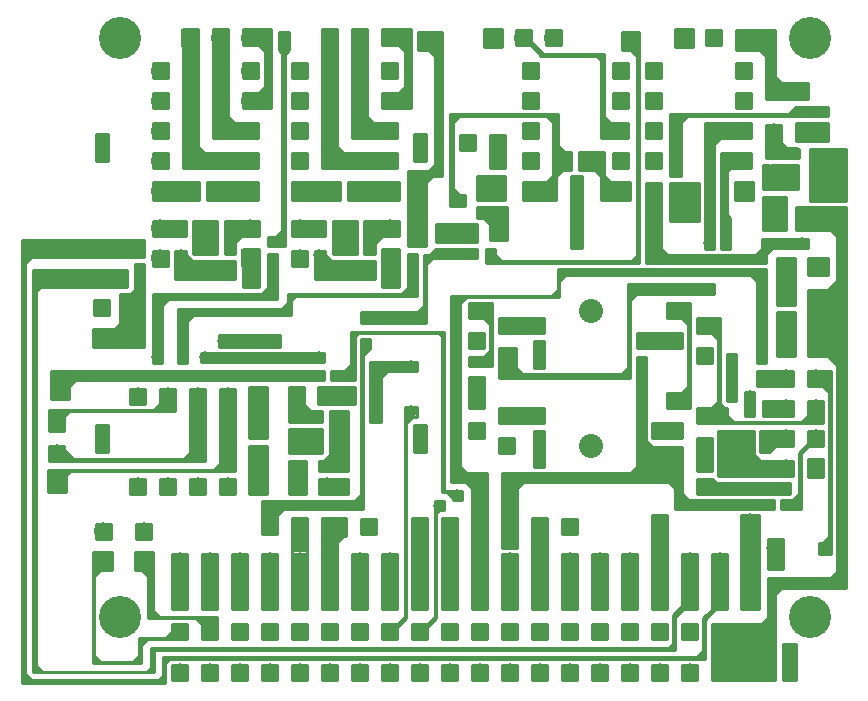
<source format=gbl>
G04 This is an RS-274x file exported by *
G04 gerbv version 2.6A *
G04 More information is available about gerbv at *
G04 http://gerbv.geda-project.org/ *
G04 --End of header info--*
%MOIN*%
%FSLAX34Y34*%
%IPPOS*%
G04 --Define apertures--*
%ADD10C,0.0010*%
%ADD11C,0.0060*%
%ADD12C,0.0070*%
%ADD13C,0.0070*%
%ADD14C,0.0080*%
%ADD15C,0.0100*%
%ADD16C,0.0120*%
%ADD17C,0.0150*%
%ADD18C,0.0200*%
%ADD19C,0.0300*%
%ADD20C,0.0400*%
%ADD21C,0.0480*%
%ADD22C,0.0600*%
%ADD23C,0.0680*%
%ADD24C,0.0700*%
%ADD25C,0.0800*%
%ADD26C,0.0880*%
%ADD27C,0.1200*%
%ADD28C,0.1400*%
%ADD29C,0.1480*%
%ADD30C,0.1800*%
%ADD31R,0.0050X0.0050*%
%ADD32R,0.0090X0.0090*%
%ADD33R,0.0100X0.0100*%
%ADD34R,0.0150X0.0150*%
%ADD35R,0.0190X0.0190*%
%ADD36R,0.0200X0.0200*%
%ADD37R,0.0250X0.0250*%
%ADD38R,0.0290X0.0290*%
%ADD39R,0.0300X0.0300*%
%ADD40R,0.0300X0.0300*%
%ADD41R,0.0340X0.0340*%
%ADD42R,0.0350X0.0350*%
%ADD43R,0.0350X0.0350*%
%ADD44R,0.0350X0.0500*%
%ADD45R,0.0380X0.0380*%
%ADD46R,0.0390X0.0390*%
%ADD47R,0.0400X0.0400*%
%ADD48R,0.0430X0.0430*%
%ADD49R,0.0430X0.0580*%
%ADD50R,0.0450X0.0450*%
%ADD51R,0.0490X0.0490*%
%ADD52R,0.0500X0.0350*%
%ADD53R,0.0500X0.0500*%
%ADD54R,0.0550X0.0550*%
%ADD55R,0.0580X0.0430*%
%ADD56R,0.0590X0.0590*%
%ADD57R,0.0600X0.0500*%
%ADD58R,0.0600X0.0600*%
%ADD59R,0.0600X0.0600*%
%ADD60R,0.0650X0.0650*%
%ADD61R,0.0680X0.0580*%
%ADD62R,0.0680X0.0680*%
%ADD63R,0.0700X0.0700*%
%ADD64R,0.0750X0.0750*%
%ADD65R,0.0790X0.0790*%
%ADD66R,0.0800X0.0800*%
%ADD67R,0.0850X0.0850*%
%ADD68R,0.0900X0.0900*%
%ADD69R,0.0950X0.0950*%
%ADD70R,0.1050X0.1050*%
%ADD71R,0.1150X0.1150*%
%ADD72R,0.1200X0.1200*%
%ADD73R,0.1250X0.1250*%
%ADD74R,0.1400X0.1400*%
%ADD75R,0.1550X0.1550*%
%ADD76R,0.1850X0.1850*%
G04 --Start main section--*
G54D15*
G01X0093150Y0069620D02*
G01X0093150Y0069870D01*
G01X0092900Y0068020D02*
G01X0093400Y0068020D01*
G01X0093400Y0069870D02*
G01X0092900Y0069870D01*
G01X0093900Y0068020D02*
G01X0094400Y0068020D01*
G01X0094400Y0069870D02*
G01X0093900Y0069870D01*
G01X0094900Y0068020D02*
G01X0095400Y0068020D01*
G01X0095400Y0069870D02*
G01X0094900Y0069870D01*
G01X0095900Y0068020D02*
G01X0096400Y0068020D01*
G01X0096400Y0069870D02*
G01X0095900Y0069870D01*
G01X0096900Y0068020D02*
G01X0097400Y0068020D01*
G01X0097400Y0069870D02*
G01X0096900Y0069870D01*
G01X0097900Y0068020D02*
G01X0098400Y0068020D01*
G01X0098400Y0069870D02*
G01X0097900Y0069870D01*
G01X0098900Y0068020D02*
G01X0099400Y0068020D01*
G01X0099400Y0069870D02*
G01X0098900Y0069870D01*
G01X0099900Y0068020D02*
G01X0100400Y0068020D01*
G01X0100400Y0069870D02*
G01X0099900Y0069870D01*
G01X0100900Y0068020D02*
G01X0101400Y0068020D01*
G01X0101400Y0069870D02*
G01X0100900Y0069870D01*
G01X0101900Y0068020D02*
G01X0102400Y0068020D01*
G01X0102400Y0069870D02*
G01X0101900Y0069870D01*
G01X0102900Y0068020D02*
G01X0103400Y0068020D01*
G01X0103400Y0069870D02*
G01X0102900Y0069870D01*
G01X0103900Y0068020D02*
G01X0104400Y0068020D01*
G01X0104400Y0069870D02*
G01X0103900Y0069870D01*
G01X0104900Y0068020D02*
G01X0105400Y0068020D01*
G01X0105400Y0069870D02*
G01X0104900Y0069870D01*
G01X0105900Y0069870D02*
G01X0106400Y0069870D01*
G01X0106900Y0068020D02*
G01X0107400Y0068020D01*
G01X0107400Y0069870D02*
G01X0106900Y0069870D01*
G01X0107900Y0068020D02*
G01X0108400Y0068020D01*
G01X0108400Y0069870D02*
G01X0107900Y0069870D01*
G01X0108900Y0068020D02*
G01X0109400Y0068020D01*
G01X0109400Y0069870D02*
G01X0108900Y0069870D01*
G01X0109900Y0069870D02*
G01X0109900Y0068020D01*
G01X0110900Y0070370D02*
G01X0111400Y0070370D01*
G01X0110400Y0070370D02*
G01X0110400Y0072220D01*
G01X0110400Y0070370D02*
G01X0109900Y0070370D01*
G01X0109900Y0070370D02*
G01X0109900Y0072220D01*
G01X0109900Y0072220D02*
G01X0110400Y0072220D01*
G01X0109400Y0072220D02*
G01X0109400Y0070370D01*
G01X0109400Y0070370D02*
G01X0108900Y0070370D01*
G01X0108900Y0070370D02*
G01X0108900Y0072220D01*
G01X0108900Y0072220D02*
G01X0109400Y0072220D01*
G01X0108400Y0070370D02*
G01X0107900Y0070370D01*
G01X0107400Y0070370D02*
G01X0107400Y0072220D01*
G01X0107400Y0070370D02*
G01X0106900Y0070370D01*
G01X0106900Y0070370D02*
G01X0106900Y0072220D01*
G01X0106900Y0072220D02*
G01X0107400Y0072220D01*
G01X0106400Y0072220D02*
G01X0106400Y0070370D01*
G01X0106400Y0070370D02*
G01X0105900Y0070370D01*
G01X0105900Y0070370D02*
G01X0105900Y0072220D01*
G01X0105900Y0072220D02*
G01X0106400Y0072220D01*
G01X0105400Y0072220D02*
G01X0105400Y0070370D01*
G01X0105400Y0070370D02*
G01X0104900Y0070370D01*
G01X0104900Y0070370D02*
G01X0104900Y0072220D01*
G01X0104900Y0072220D02*
G01X0105400Y0072220D01*
G01X0104400Y0072220D02*
G01X0104400Y0070370D01*
G01X0104400Y0070370D02*
G01X0103900Y0070370D01*
G01X0103900Y0070370D02*
G01X0103900Y0072220D01*
G01X0103900Y0072220D02*
G01X0104400Y0072220D01*
G01X0103400Y0072220D02*
G01X0103400Y0070370D01*
G01X0103400Y0070370D02*
G01X0102900Y0070370D01*
G01X0102900Y0070370D02*
G01X0102900Y0072220D01*
G01X0102900Y0072220D02*
G01X0103400Y0072220D01*
G01X0102400Y0070370D02*
G01X0101900Y0070370D01*
G01X0101400Y0070370D02*
G01X0100900Y0070370D01*
G01X0100400Y0070370D02*
G01X0099900Y0070370D01*
G01X0099400Y0070370D02*
G01X0099400Y0072220D01*
G01X0099400Y0070370D02*
G01X0098900Y0070370D01*
G01X0098900Y0070370D02*
G01X0098900Y0072220D01*
G01X0098900Y0072220D02*
G01X0099400Y0072220D01*
G01X0098400Y0072220D02*
G01X0098400Y0070370D01*
G01X0098400Y0070370D02*
G01X0097900Y0070370D01*
G01X0097900Y0070370D02*
G01X0097900Y0072220D01*
G01X0097900Y0072220D02*
G01X0098400Y0072220D01*
G01X0097400Y0072220D02*
G01X0097400Y0070370D01*
G01X0097400Y0070370D02*
G01X0096900Y0070370D01*
G01X0096900Y0070370D02*
G01X0096900Y0072220D01*
G01X0096900Y0072220D02*
G01X0097400Y0072220D01*
G01X0096400Y0072220D02*
G01X0096400Y0070370D01*
G01X0096400Y0070370D02*
G01X0095900Y0070370D01*
G01X0095900Y0070370D02*
G01X0095900Y0072220D01*
G01X0095900Y0072220D02*
G01X0096400Y0072220D01*
G01X0095400Y0072220D02*
G01X0095400Y0070370D01*
G01X0095400Y0070370D02*
G01X0094900Y0070370D01*
G01X0094900Y0070370D02*
G01X0094900Y0072220D01*
G01X0094900Y0072220D02*
G01X0095400Y0072220D01*
G01X0094400Y0072220D02*
G01X0094400Y0070370D01*
G01X0094400Y0070370D02*
G01X0093900Y0070370D01*
G01X0093900Y0070370D02*
G01X0093900Y0072220D01*
G01X0093900Y0072220D02*
G01X0094400Y0072220D01*
G01X0093400Y0072220D02*
G01X0093400Y0070370D01*
G01X0093400Y0070370D02*
G01X0092900Y0070370D01*
G01X0092900Y0070370D02*
G01X0092900Y0072220D01*
G01X0092900Y0072220D02*
G01X0093400Y0072220D01*
G01X0092400Y0072220D02*
G01X0092400Y0070370D01*
G01X0092400Y0070370D02*
G01X0091900Y0070370D01*
G01X0091900Y0070370D02*
G01X0091900Y0072220D01*
G01X0091900Y0072220D02*
G01X0092400Y0072220D01*
G01X0092400Y0068020D02*
G01X0091900Y0068020D01*
G01X0091900Y0069870D02*
G01X0092400Y0069870D01*
G01X0113300Y0076070D02*
G01X0113350Y0076070D01*
G01X0100650Y0070120D02*
G01X0100150Y0069620D01*
G01X0095900Y0072220D02*
G01X0095900Y0073420D01*
G01X0095900Y0073420D02*
G01X0096400Y0073420D01*
G01X0096400Y0073420D02*
G01X0096400Y0072220D01*
G01X0096900Y0072220D02*
G01X0096900Y0073420D01*
G01X0096900Y0073420D02*
G01X0097700Y0073420D01*
G01X0097700Y0073420D02*
G01X0097700Y0072820D01*
G01X0097700Y0072820D02*
G01X0097400Y0072820D01*
G01X0097400Y0072820D02*
G01X0097400Y0072220D01*
G01X0097400Y0072720D02*
G01X0097500Y0072820D01*
G01X0097600Y0072820D02*
G01X0097400Y0072620D01*
G01X0094450Y0076070D02*
G01X0094450Y0077770D01*
G01X0094450Y0077770D02*
G01X0095050Y0077770D01*
G01X0095050Y0077770D02*
G01X0095050Y0076070D01*
G01X0095050Y0076070D02*
G01X0094450Y0076070D01*
G01X0094450Y0075820D02*
G01X0094450Y0074220D01*
G01X0094450Y0074220D02*
G01X0095050Y0074220D01*
G01X0095050Y0074220D02*
G01X0095050Y0075820D01*
G01X0095050Y0075820D02*
G01X0094450Y0075820D01*
G01X0096350Y0075320D02*
G01X0096350Y0074220D01*
G01X0096350Y0074220D02*
G01X0095800Y0074220D01*
G01X0095800Y0074220D02*
G01X0095800Y0075320D01*
G01X0095800Y0075320D02*
G01X0096350Y0075320D01*
G01X0095800Y0075570D02*
G01X0095800Y0076370D01*
G01X0095800Y0076370D02*
G01X0096900Y0076370D01*
G01X0096900Y0076370D02*
G01X0096900Y0075570D01*
G01X0096900Y0075570D02*
G01X0095800Y0075570D01*
G01X0095800Y0076620D02*
G01X0095800Y0077770D01*
G01X0095800Y0077770D02*
G01X0096300Y0077770D01*
G01X0096300Y0077770D02*
G01X0096300Y0076970D01*
G01X0096300Y0076970D02*
G01X0096900Y0076970D01*
G01X0096900Y0076970D02*
G01X0096900Y0076620D01*
G01X0096900Y0076620D02*
G01X0095800Y0076620D01*
G01X0097750Y0076570D02*
G01X0097750Y0074970D01*
G01X0097750Y0074970D02*
G01X0096800Y0074970D01*
G01X0096800Y0074970D02*
G01X0096800Y0075320D01*
G01X0097750Y0076570D02*
G01X0097750Y0076970D01*
G01X0097750Y0076970D02*
G01X0097150Y0076970D01*
G01X0097150Y0076970D02*
G01X0097150Y0075320D01*
G01X0097150Y0075320D02*
G01X0096800Y0075320D01*
G01X0097050Y0075320D02*
G01X0097150Y0075420D01*
G01X0097150Y0075520D02*
G01X0096950Y0075320D01*
G01X0109400Y0069870D02*
G01X0109400Y0069370D01*
G01X0109400Y0069370D02*
G01X0108900Y0069370D01*
G01X0108900Y0069370D02*
G01X0108900Y0069870D01*
G01X0108400Y0069870D02*
G01X0108400Y0069370D01*
G01X0108400Y0069370D02*
G01X0107900Y0069370D01*
G01X0107900Y0069370D02*
G01X0107900Y0069870D01*
G01X0107400Y0069870D02*
G01X0107400Y0069370D01*
G01X0107400Y0069370D02*
G01X0106900Y0069370D01*
G01X0106900Y0069370D02*
G01X0106900Y0069870D01*
G01X0106400Y0069870D02*
G01X0106400Y0069370D01*
G01X0106400Y0069370D02*
G01X0105900Y0069370D01*
G01X0105900Y0069370D02*
G01X0105900Y0069870D01*
G01X0105400Y0069870D02*
G01X0105400Y0069370D01*
G01X0105400Y0069370D02*
G01X0104900Y0069370D01*
G01X0104900Y0069370D02*
G01X0104900Y0069870D01*
G01X0104400Y0069870D02*
G01X0104400Y0069370D01*
G01X0104400Y0069370D02*
G01X0103900Y0069370D01*
G01X0103900Y0069370D02*
G01X0103900Y0069870D01*
G01X0103400Y0069870D02*
G01X0103400Y0069370D01*
G01X0103400Y0069370D02*
G01X0102900Y0069370D01*
G01X0102900Y0069370D02*
G01X0102900Y0069870D01*
G01X0102400Y0069870D02*
G01X0102400Y0069370D01*
G01X0102400Y0069370D02*
G01X0101900Y0069370D01*
G01X0101900Y0069370D02*
G01X0101900Y0069870D01*
G01X0101400Y0069870D02*
G01X0101400Y0069370D01*
G01X0101400Y0069370D02*
G01X0100900Y0069370D01*
G01X0100900Y0069370D02*
G01X0100900Y0069870D01*
G01X0099400Y0069870D02*
G01X0099400Y0069370D01*
G01X0099400Y0069370D02*
G01X0098900Y0069370D01*
G01X0098900Y0069370D02*
G01X0098900Y0069870D01*
G01X0098400Y0069870D02*
G01X0098400Y0069370D01*
G01X0098400Y0069370D02*
G01X0097900Y0069370D01*
G01X0097900Y0069370D02*
G01X0097900Y0069870D01*
G01X0097400Y0069870D02*
G01X0097400Y0069370D01*
G01X0097400Y0069370D02*
G01X0096900Y0069370D01*
G01X0096900Y0069370D02*
G01X0096900Y0069870D01*
G01X0096400Y0069870D02*
G01X0096400Y0069370D01*
G01X0096400Y0069370D02*
G01X0095900Y0069370D01*
G01X0095900Y0069370D02*
G01X0095900Y0069870D01*
G01X0095400Y0069870D02*
G01X0095400Y0069370D01*
G01X0095400Y0069370D02*
G01X0094900Y0069370D01*
G01X0094900Y0069370D02*
G01X0094900Y0069870D01*
G01X0094400Y0069870D02*
G01X0094400Y0069370D01*
G01X0094400Y0069370D02*
G01X0093900Y0069370D01*
G01X0093900Y0069370D02*
G01X0093900Y0069870D01*
G01X0093400Y0069870D02*
G01X0093400Y0069370D01*
G01X0093400Y0069370D02*
G01X0092900Y0069370D01*
G01X0092900Y0069370D02*
G01X0092900Y0069870D01*
G01X0092400Y0069870D02*
G01X0092400Y0069370D01*
G01X0092400Y0069370D02*
G01X0091900Y0069370D01*
G01X0091900Y0069370D02*
G01X0091900Y0069870D01*
G01X0100400Y0069870D02*
G01X0100400Y0069370D01*
G01X0100400Y0069370D02*
G01X0099900Y0069370D01*
G01X0099900Y0069370D02*
G01X0099900Y0069870D01*
G01X0108900Y0068520D02*
G01X0108900Y0068020D01*
G01X0108900Y0068520D02*
G01X0109400Y0068520D01*
G01X0109400Y0068520D02*
G01X0109400Y0068020D01*
G01X0107900Y0068020D02*
G01X0107900Y0068520D01*
G01X0107900Y0068520D02*
G01X0108400Y0068520D01*
G01X0108400Y0068520D02*
G01X0108400Y0068020D01*
G01X0106900Y0068020D02*
G01X0106900Y0068520D01*
G01X0106900Y0068520D02*
G01X0107400Y0068520D01*
G01X0107400Y0068520D02*
G01X0107400Y0068020D01*
G01X0104900Y0068020D02*
G01X0104900Y0068520D01*
G01X0104900Y0068520D02*
G01X0105400Y0068520D01*
G01X0105400Y0068520D02*
G01X0105400Y0068020D01*
G01X0101900Y0068020D02*
G01X0101900Y0068520D01*
G01X0101900Y0068520D02*
G01X0102400Y0068520D01*
G01X0102400Y0068520D02*
G01X0102400Y0068020D01*
G01X0102900Y0068020D02*
G01X0102900Y0068520D01*
G01X0102900Y0068520D02*
G01X0103400Y0068520D01*
G01X0103400Y0068520D02*
G01X0103400Y0068020D01*
G01X0103900Y0068020D02*
G01X0103900Y0068520D01*
G01X0103900Y0068520D02*
G01X0104400Y0068520D01*
G01X0104400Y0068520D02*
G01X0104400Y0068020D01*
G01X0100900Y0068020D02*
G01X0100900Y0068520D01*
G01X0100900Y0068520D02*
G01X0101400Y0068520D01*
G01X0101400Y0068520D02*
G01X0101400Y0068020D01*
G01X0099900Y0068020D02*
G01X0099900Y0068520D01*
G01X0099900Y0068520D02*
G01X0100400Y0068520D01*
G01X0100400Y0068520D02*
G01X0100400Y0068020D01*
G01X0098900Y0068020D02*
G01X0098900Y0068520D01*
G01X0098900Y0068520D02*
G01X0099400Y0068520D01*
G01X0099400Y0068520D02*
G01X0099400Y0068020D01*
G01X0097900Y0068020D02*
G01X0097900Y0068520D01*
G01X0097900Y0068520D02*
G01X0098400Y0068520D01*
G01X0098400Y0068520D02*
G01X0098400Y0068020D01*
G01X0096900Y0068020D02*
G01X0096900Y0068520D01*
G01X0096900Y0068520D02*
G01X0097400Y0068520D01*
G01X0097400Y0068520D02*
G01X0097400Y0068020D01*
G01X0095900Y0068020D02*
G01X0095900Y0068520D01*
G01X0095900Y0068520D02*
G01X0096400Y0068520D01*
G01X0096400Y0068520D02*
G01X0096400Y0068020D01*
G01X0094900Y0068020D02*
G01X0094900Y0068520D01*
G01X0094900Y0068520D02*
G01X0095400Y0068520D01*
G01X0095400Y0068520D02*
G01X0095400Y0068020D01*
G01X0093900Y0068020D02*
G01X0093900Y0068520D01*
G01X0093900Y0068520D02*
G01X0094400Y0068520D01*
G01X0094400Y0068520D02*
G01X0094400Y0068020D01*
G01X0092900Y0068020D02*
G01X0092900Y0068520D01*
G01X0092900Y0068520D02*
G01X0093400Y0068520D01*
G01X0093400Y0068520D02*
G01X0093400Y0068020D01*
G01X0091900Y0068020D02*
G01X0091900Y0068520D01*
G01X0091900Y0068520D02*
G01X0092400Y0068520D01*
G01X0092400Y0068520D02*
G01X0092400Y0068020D01*
G01X0108650Y0070120D02*
G01X0109150Y0070620D01*
G01X0109650Y0070120D02*
G01X0110150Y0070620D01*
G01X0091650Y0068770D02*
G01X0091650Y0068020D01*
G01X0091650Y0068670D02*
G01X0091750Y0068770D01*
G01X0091850Y0068770D02*
G01X0091650Y0068570D01*
G01X0109600Y0068770D02*
G01X0109600Y0070070D01*
G01X0109600Y0070070D02*
G01X0109700Y0070170D01*
G01X0109650Y0070020D02*
G01X0110000Y0070370D01*
G01X0091300Y0069070D02*
G01X0091300Y0068270D01*
G01X0091300Y0068270D02*
G01X0087350Y0068270D01*
G01X0091300Y0069020D02*
G01X0108650Y0069020D01*
G01X0109650Y0068720D02*
G01X0109650Y0070020D01*
G01X0108650Y0070120D02*
G01X0108650Y0069020D01*
G01X0108650Y0069070D02*
G01X0091200Y0069070D01*
G01X0091650Y0068720D02*
G01X0109650Y0068720D01*
G01X0109650Y0068770D02*
G01X0091650Y0068770D01*
G01X0109500Y0068770D02*
G01X0109600Y0068870D01*
G01X0109600Y0068970D02*
G01X0109400Y0068770D01*
G01X0108650Y0069170D02*
G01X0108550Y0069070D01*
G01X0108450Y0069070D02*
G01X0108650Y0069270D01*
G01X0091200Y0069070D02*
G01X0091200Y0068320D01*
G01X0091600Y0068020D02*
G01X0091600Y0068770D01*
G01X0091600Y0068770D02*
G01X0091650Y0068770D01*
G01X0091600Y0068120D02*
G01X0091500Y0068020D01*
G01X0091450Y0068020D02*
G01X0091600Y0068170D01*
G01X0091200Y0068370D02*
G01X0091100Y0068270D01*
G01X0091050Y0068270D02*
G01X0091200Y0068420D01*
G01X0087350Y0068270D02*
G01X0087350Y0081120D01*
G01X0087350Y0081120D02*
G01X0090400Y0081120D01*
G01X0090400Y0081120D02*
G01X0090400Y0081670D01*
G01X0090400Y0081670D02*
G01X0087250Y0081670D01*
G01X0087250Y0081670D02*
G01X0087250Y0068270D01*
G01X0087250Y0068270D02*
G01X0087350Y0068270D01*
G01X0087350Y0068370D02*
G01X0087450Y0068270D01*
G01X0087550Y0068270D02*
G01X0087350Y0068470D01*
G01X0087350Y0081020D02*
G01X0087450Y0081120D01*
G01X0087500Y0081120D02*
G01X0087350Y0080970D01*
G01X0090150Y0080870D02*
G01X0090150Y0079720D01*
G01X0090150Y0079720D02*
G01X0089250Y0079720D01*
G01X0089250Y0079720D02*
G01X0089250Y0079120D01*
G01X0090150Y0080870D02*
G01X0090650Y0080870D01*
G01X0090650Y0081870D02*
G01X0090950Y0081870D01*
G01X0090950Y0079120D02*
G01X0089250Y0079120D01*
G01X0090050Y0079720D02*
G01X0090150Y0079820D01*
G01X0090150Y0079870D02*
G01X0090000Y0079720D01*
G01X0090550Y0080870D02*
G01X0090650Y0080970D01*
G01X0090650Y0081020D02*
G01X0090500Y0080870D01*
G01X0087000Y0082120D02*
G01X0087000Y0068020D01*
G01X0087000Y0082120D02*
G01X0090950Y0082120D01*
G01X0090950Y0082120D02*
G01X0090950Y0082670D01*
G01X0086900Y0082670D02*
G01X0086900Y0068020D01*
G01X0087000Y0082020D02*
G01X0087100Y0082120D01*
G01X0087200Y0082120D02*
G01X0087000Y0081920D01*
G01X0087000Y0068120D02*
G01X0087100Y0068020D01*
G01X0087200Y0068020D02*
G01X0087000Y0068220D01*
G01X0086900Y0068020D02*
G01X0091650Y0068020D01*
G01X0086900Y0068020D02*
G01X0086900Y0067920D01*
G01X0086900Y0067920D02*
G01X0091650Y0067920D01*
G01X0091650Y0067920D02*
G01X0091650Y0068020D01*
G01X0090950Y0082670D02*
G01X0086900Y0082670D01*
G01X0090650Y0081870D02*
G01X0090650Y0080870D01*
G01X0090950Y0081870D02*
G01X0090950Y0079120D01*
G01X0091250Y0084020D02*
G01X0092800Y0084020D01*
G01X0091250Y0084020D02*
G01X0091250Y0084620D01*
G01X0091250Y0084620D02*
G01X0092800Y0084620D01*
G01X0092800Y0084620D02*
G01X0092800Y0084020D01*
G01X0092350Y0083320D02*
G01X0091250Y0083320D01*
G01X0092350Y0083320D02*
G01X0092350Y0082820D01*
G01X0092350Y0082820D02*
G01X0091250Y0082820D01*
G01X0091250Y0082820D02*
G01X0091250Y0083320D01*
G01X0093700Y0082420D02*
G01X0093950Y0082420D01*
G01X0094250Y0082370D02*
G01X0094250Y0081120D01*
G01X0094800Y0081120D02*
G01X0094800Y0082370D01*
G01X0094750Y0084620D02*
G01X0093050Y0084620D01*
G01X0094750Y0084620D02*
G01X0094750Y0084020D01*
G01X0094750Y0084020D02*
G01X0093050Y0084020D01*
G01X0093050Y0084020D02*
G01X0093050Y0084620D01*
G01X0093400Y0083320D02*
G01X0092600Y0083320D01*
G01X0093400Y0083320D02*
G01X0093400Y0082220D01*
G01X0093400Y0082220D02*
G01X0092600Y0082220D01*
G01X0092600Y0082220D02*
G01X0092600Y0083320D01*
G01X0093650Y0083320D02*
G01X0094800Y0083320D01*
G01X0094800Y0083320D02*
G01X0094800Y0082820D01*
G01X0094800Y0082820D02*
G01X0094000Y0082820D01*
G01X0094000Y0082820D02*
G01X0094000Y0082220D01*
G01X0094000Y0082220D02*
G01X0093650Y0082220D01*
G01X0093650Y0082220D02*
G01X0093650Y0083320D01*
G01X0093600Y0081370D02*
G01X0092000Y0081370D01*
G01X0092000Y0081370D02*
G01X0092000Y0082320D01*
G01X0093600Y0081370D02*
G01X0094000Y0081370D01*
G01X0094000Y0081370D02*
G01X0094000Y0081970D01*
G01X0094000Y0081970D02*
G01X0092350Y0081970D01*
G01X0092350Y0081970D02*
G01X0092350Y0082320D01*
G01X0092350Y0082070D02*
G01X0092450Y0081970D01*
G01X0092550Y0081970D02*
G01X0092350Y0082170D01*
G01X0097750Y0084620D02*
G01X0099450Y0084620D01*
G01X0099450Y0084620D02*
G01X0099450Y0084020D01*
G01X0099450Y0084020D02*
G01X0097750Y0084020D01*
G01X0097750Y0084020D02*
G01X0097750Y0084620D01*
G01X0098050Y0083320D02*
G01X0097250Y0083320D01*
G01X0098050Y0083320D02*
G01X0098050Y0082220D01*
G01X0098050Y0082220D02*
G01X0097250Y0082220D01*
G01X0097250Y0082220D02*
G01X0097250Y0083320D01*
G01X0098300Y0083320D02*
G01X0099450Y0083320D01*
G01X0099450Y0083320D02*
G01X0099450Y0082820D01*
G01X0099450Y0082820D02*
G01X0098650Y0082820D01*
G01X0098650Y0082820D02*
G01X0098650Y0082220D01*
G01X0098650Y0082220D02*
G01X0098300Y0082220D01*
G01X0098300Y0082220D02*
G01X0098300Y0083320D01*
G01X0098250Y0081370D02*
G01X0096650Y0081370D01*
G01X0096650Y0081370D02*
G01X0096650Y0082320D01*
G01X0096650Y0082320D02*
G01X0097000Y0082320D01*
G01X0098250Y0081370D02*
G01X0098650Y0081370D01*
G01X0098650Y0081370D02*
G01X0098650Y0081970D01*
G01X0098650Y0081970D02*
G01X0097000Y0081970D01*
G01X0097000Y0081970D02*
G01X0097000Y0082320D01*
G01X0097000Y0082070D02*
G01X0097100Y0081970D01*
G01X0097200Y0081970D02*
G01X0097000Y0082170D01*
G01X0094800Y0082370D02*
G01X0094250Y0082370D01*
G01X0094000Y0082720D02*
G01X0094100Y0082820D01*
G01X0094200Y0082820D02*
G01X0094000Y0082620D01*
G01X0094250Y0081120D02*
G01X0094800Y0081120D01*
G01X0098900Y0082370D02*
G01X0099450Y0082370D01*
G01X0099450Y0082370D02*
G01X0099450Y0081120D01*
G01X0099450Y0081120D02*
G01X0098900Y0081120D01*
G01X0098900Y0081120D02*
G01X0098900Y0082370D01*
G01X0092400Y0069370D02*
G01X0090850Y0069370D01*
G01X0090850Y0069370D02*
G01X0090850Y0068570D01*
G01X0090800Y0069420D02*
G01X0091900Y0069420D01*
G01X0090800Y0069420D02*
G01X0090800Y0068620D01*
G01X0090850Y0068570D02*
G01X0089250Y0068570D01*
G01X0089250Y0068570D02*
G01X0089250Y0072270D01*
G01X0089250Y0072270D02*
G01X0089900Y0072270D01*
G01X0089900Y0072270D02*
G01X0089900Y0071670D01*
G01X0089900Y0071670D02*
G01X0089300Y0071670D01*
G01X0089300Y0071670D02*
G01X0089300Y0068620D01*
G01X0089300Y0068620D02*
G01X0090800Y0068620D01*
G01X0090700Y0068620D02*
G01X0090800Y0068720D01*
G01X0090800Y0068820D02*
G01X0090600Y0068620D01*
G01X0089400Y0068620D02*
G01X0089300Y0068720D01*
G01X0089300Y0068820D02*
G01X0089500Y0068620D01*
G01X0090850Y0069270D02*
G01X0090950Y0069370D01*
G01X0091050Y0069370D02*
G01X0090850Y0069170D01*
G01X0089300Y0071570D02*
G01X0089400Y0071670D01*
G01X0089500Y0071670D02*
G01X0089300Y0071470D01*
G01X0092250Y0085070D02*
G01X0092250Y0089720D01*
G01X0092250Y0085070D02*
G01X0094750Y0085070D01*
G01X0094750Y0085070D02*
G01X0094750Y0085570D01*
G01X0092750Y0089720D02*
G01X0092250Y0089720D01*
G01X0092750Y0089720D02*
G01X0092750Y0085570D01*
G01X0092750Y0085570D02*
G01X0094750Y0085570D01*
G01X0092850Y0085570D02*
G01X0092750Y0085670D01*
G01X0092750Y0085770D02*
G01X0092950Y0085570D01*
G01X0093250Y0086070D02*
G01X0093250Y0089720D01*
G01X0093250Y0086070D02*
G01X0094750Y0086070D01*
G01X0094750Y0086070D02*
G01X0094750Y0086570D01*
G01X0093750Y0089720D02*
G01X0093250Y0089720D01*
G01X0093750Y0089720D02*
G01X0093750Y0086570D01*
G01X0093750Y0086570D02*
G01X0094750Y0086570D01*
G01X0093850Y0086570D02*
G01X0093750Y0086670D01*
G01X0093750Y0086770D02*
G01X0093950Y0086570D01*
G01X0094250Y0089170D02*
G01X0095000Y0089170D01*
G01X0095000Y0089170D02*
G01X0095000Y0087570D01*
G01X0095000Y0087570D02*
G01X0094250Y0087570D01*
G01X0094250Y0087570D02*
G01X0094250Y0087070D01*
G01X0094250Y0087070D02*
G01X0095200Y0087070D01*
G01X0095200Y0087070D02*
G01X0095200Y0089720D01*
G01X0095200Y0089720D02*
G01X0094250Y0089720D01*
G01X0094250Y0089720D02*
G01X0094250Y0089170D01*
G01X0094900Y0089170D02*
G01X0095000Y0089070D01*
G01X0095000Y0088970D02*
G01X0094800Y0089170D01*
G01X0095000Y0087670D02*
G01X0094900Y0087570D01*
G01X0094800Y0087570D02*
G01X0095000Y0087770D01*
G01X0096900Y0089720D02*
G01X0096900Y0085070D01*
G01X0096900Y0085070D02*
G01X0099400Y0085070D01*
G01X0099400Y0085070D02*
G01X0099400Y0085570D01*
G01X0097400Y0089720D02*
G01X0096900Y0089720D01*
G01X0097400Y0089720D02*
G01X0097400Y0085570D01*
G01X0097400Y0085570D02*
G01X0099400Y0085570D01*
G01X0097500Y0085570D02*
G01X0097400Y0085670D01*
G01X0097400Y0085770D02*
G01X0097600Y0085570D01*
G01X0097900Y0086070D02*
G01X0097900Y0089720D01*
G01X0097900Y0086070D02*
G01X0099400Y0086070D01*
G01X0099400Y0086070D02*
G01X0099400Y0086570D01*
G01X0098400Y0089720D02*
G01X0097900Y0089720D01*
G01X0098400Y0089720D02*
G01X0098400Y0086570D01*
G01X0098400Y0086570D02*
G01X0099400Y0086570D01*
G01X0098500Y0086570D02*
G01X0098400Y0086670D01*
G01X0098400Y0086770D02*
G01X0098600Y0086570D01*
G01X0098900Y0089170D02*
G01X0099650Y0089170D01*
G01X0099650Y0089170D02*
G01X0099650Y0087570D01*
G01X0099650Y0087570D02*
G01X0098900Y0087570D01*
G01X0098900Y0087570D02*
G01X0098900Y0087070D01*
G01X0098900Y0087070D02*
G01X0099850Y0087070D01*
G01X0099850Y0087070D02*
G01X0099850Y0089720D01*
G01X0099850Y0089720D02*
G01X0098900Y0089720D01*
G01X0098900Y0089720D02*
G01X0098900Y0089170D01*
G01X0099550Y0089170D02*
G01X0099650Y0089070D01*
G01X0099650Y0088970D02*
G01X0099450Y0089170D01*
G01X0099650Y0087670D02*
G01X0099550Y0087570D01*
G01X0099450Y0087570D02*
G01X0099650Y0087770D01*
G01X0097500Y0084620D02*
G01X0097500Y0084020D01*
G01X0097500Y0084020D02*
G01X0095900Y0084020D01*
G01X0095900Y0084020D02*
G01X0095900Y0084620D01*
G01X0095900Y0084620D02*
G01X0097500Y0084620D01*
G01X0097000Y0083320D02*
G01X0095900Y0083320D01*
G01X0097000Y0083320D02*
G01X0097000Y0082820D01*
G01X0097000Y0082820D02*
G01X0095900Y0082820D01*
G01X0095900Y0082820D02*
G01X0095900Y0083320D01*
G01X0095400Y0072870D02*
G01X0094900Y0072870D01*
G01X0094900Y0072870D02*
G01X0094900Y0073370D01*
G01X0094900Y0073370D02*
G01X0095400Y0073370D01*
G01X0095400Y0073370D02*
G01X0095400Y0072870D01*
G01X0098200Y0072870D02*
G01X0098700Y0072870D01*
G01X0098200Y0072870D02*
G01X0098200Y0073370D01*
G01X0098200Y0073370D02*
G01X0098700Y0073370D01*
G01X0098700Y0073370D02*
G01X0098700Y0072870D01*
G01X0104900Y0072870D02*
G01X0105400Y0072870D01*
G01X0104900Y0072870D02*
G01X0104900Y0073370D01*
G01X0104900Y0073370D02*
G01X0105400Y0073370D01*
G01X0105400Y0073370D02*
G01X0105400Y0072870D01*
G01X0094750Y0088070D02*
G01X0094250Y0088070D01*
G01X0094250Y0088070D02*
G01X0094250Y0088570D01*
G01X0094250Y0088570D02*
G01X0094750Y0088570D01*
G01X0094750Y0088570D02*
G01X0094750Y0088070D01*
G01X0091750Y0088070D02*
G01X0091250Y0088070D01*
G01X0091250Y0088070D02*
G01X0091250Y0088570D01*
G01X0091250Y0088570D02*
G01X0091750Y0088570D01*
G01X0091750Y0088570D02*
G01X0091750Y0088070D01*
G01X0091750Y0087070D02*
G01X0091250Y0087070D01*
G01X0091250Y0087070D02*
G01X0091250Y0087570D01*
G01X0091250Y0087570D02*
G01X0091750Y0087570D01*
G01X0091750Y0087570D02*
G01X0091750Y0087070D01*
G01X0091750Y0086070D02*
G01X0091250Y0086070D01*
G01X0091250Y0086070D02*
G01X0091250Y0086570D01*
G01X0091250Y0086570D02*
G01X0091750Y0086570D01*
G01X0091750Y0086570D02*
G01X0091750Y0086070D01*
G01X0091750Y0085070D02*
G01X0091250Y0085070D01*
G01X0091250Y0085070D02*
G01X0091250Y0085570D01*
G01X0091250Y0085570D02*
G01X0091750Y0085570D01*
G01X0091750Y0085570D02*
G01X0091750Y0085070D01*
G01X0098900Y0088070D02*
G01X0099400Y0088070D01*
G01X0098900Y0088070D02*
G01X0098900Y0088570D01*
G01X0098900Y0088570D02*
G01X0099400Y0088570D01*
G01X0099400Y0088570D02*
G01X0099400Y0088070D01*
G01X0096400Y0088070D02*
G01X0095900Y0088070D01*
G01X0095900Y0088070D02*
G01X0095900Y0088570D01*
G01X0095900Y0088570D02*
G01X0096400Y0088570D01*
G01X0096400Y0088570D02*
G01X0096400Y0088070D01*
G01X0096400Y0087070D02*
G01X0095900Y0087070D01*
G01X0095900Y0087070D02*
G01X0095900Y0087570D01*
G01X0095900Y0087570D02*
G01X0096400Y0087570D01*
G01X0096400Y0087570D02*
G01X0096400Y0087070D01*
G01X0096400Y0086070D02*
G01X0095900Y0086070D01*
G01X0095900Y0086070D02*
G01X0095900Y0086570D01*
G01X0095900Y0086570D02*
G01X0096400Y0086570D01*
G01X0096400Y0086570D02*
G01X0096400Y0086070D01*
G01X0096400Y0085070D02*
G01X0095900Y0085070D01*
G01X0095900Y0085070D02*
G01X0095900Y0085570D01*
G01X0095900Y0085570D02*
G01X0096400Y0085570D01*
G01X0096400Y0085570D02*
G01X0096400Y0085070D01*
G01X0096400Y0081820D02*
G01X0095900Y0081820D01*
G01X0095900Y0081820D02*
G01X0095900Y0082320D01*
G01X0095900Y0082320D02*
G01X0096400Y0082320D01*
G01X0096400Y0082320D02*
G01X0096400Y0081820D01*
G01X0091750Y0081820D02*
G01X0091250Y0081820D01*
G01X0091250Y0081820D02*
G01X0091250Y0082320D01*
G01X0091250Y0082320D02*
G01X0091750Y0082320D01*
G01X0091750Y0082320D02*
G01X0091750Y0081820D01*
G01X0089800Y0080170D02*
G01X0089300Y0080170D01*
G01X0089300Y0080170D02*
G01X0089300Y0080670D01*
G01X0089300Y0080670D02*
G01X0089800Y0080670D01*
G01X0089800Y0080670D02*
G01X0089800Y0080170D01*
G01X0090500Y0074220D02*
G01X0091000Y0074220D01*
G01X0090500Y0074220D02*
G01X0090500Y0074720D01*
G01X0090500Y0074720D02*
G01X0091000Y0074720D01*
G01X0091000Y0074720D02*
G01X0091000Y0074220D01*
G01X0091500Y0074220D02*
G01X0092000Y0074220D01*
G01X0091500Y0074220D02*
G01X0091500Y0074720D01*
G01X0091500Y0074720D02*
G01X0092000Y0074720D01*
G01X0092000Y0074720D02*
G01X0092000Y0074220D01*
G01X0092500Y0074220D02*
G01X0093000Y0074220D01*
G01X0092500Y0074220D02*
G01X0092500Y0074720D01*
G01X0092500Y0074720D02*
G01X0093000Y0074720D01*
G01X0093000Y0074720D02*
G01X0093000Y0074220D01*
G01X0093500Y0074220D02*
G01X0094000Y0074220D01*
G01X0093500Y0074220D02*
G01X0093500Y0074720D01*
G01X0093500Y0074720D02*
G01X0094000Y0074720D01*
G01X0094000Y0074720D02*
G01X0094000Y0074220D01*
G01X0091000Y0077220D02*
G01X0090500Y0077220D01*
G01X0090500Y0077220D02*
G01X0090500Y0077720D01*
G01X0090500Y0077720D02*
G01X0091000Y0077720D01*
G01X0091000Y0077720D02*
G01X0091000Y0077220D01*
G01X0105900Y0068020D02*
G01X0106400Y0068020D01*
G01X0105900Y0068020D02*
G01X0105900Y0068520D01*
G01X0105900Y0068520D02*
G01X0106400Y0068520D01*
G01X0106400Y0068520D02*
G01X0106400Y0068020D01*
G01X0107700Y0088070D02*
G01X0108200Y0088070D01*
G01X0107700Y0088070D02*
G01X0107700Y0088570D01*
G01X0107700Y0088570D02*
G01X0108200Y0088570D01*
G01X0108200Y0088570D02*
G01X0108200Y0088070D01*
G01X0108200Y0087070D02*
G01X0107700Y0087070D01*
G01X0107700Y0087070D02*
G01X0107700Y0087570D01*
G01X0107700Y0087570D02*
G01X0108200Y0087570D01*
G01X0108200Y0087570D02*
G01X0108200Y0087070D01*
G01X0108200Y0086070D02*
G01X0107700Y0086070D01*
G01X0107700Y0086070D02*
G01X0107700Y0086570D01*
G01X0107700Y0086570D02*
G01X0108200Y0086570D01*
G01X0108200Y0086570D02*
G01X0108200Y0086070D01*
G01X0108200Y0085070D02*
G01X0107700Y0085070D01*
G01X0107700Y0085070D02*
G01X0107700Y0085570D01*
G01X0107700Y0085570D02*
G01X0108200Y0085570D01*
G01X0108200Y0085570D02*
G01X0108200Y0085070D01*
G01X0104100Y0088070D02*
G01X0103600Y0088070D01*
G01X0103600Y0088070D02*
G01X0103600Y0088570D01*
G01X0103600Y0088570D02*
G01X0104100Y0088570D01*
G01X0104100Y0088570D02*
G01X0104100Y0088070D01*
G01X0104100Y0087070D02*
G01X0103600Y0087070D01*
G01X0103600Y0087070D02*
G01X0103600Y0087570D01*
G01X0103600Y0087570D02*
G01X0104100Y0087570D01*
G01X0104100Y0087570D02*
G01X0104100Y0087070D01*
G01X0104100Y0086070D02*
G01X0103600Y0086070D01*
G01X0103600Y0086070D02*
G01X0103600Y0086570D01*
G01X0103600Y0086570D02*
G01X0104100Y0086570D01*
G01X0104100Y0086570D02*
G01X0104100Y0086070D01*
G01X0104100Y0085070D02*
G01X0103600Y0085070D01*
G01X0103600Y0085070D02*
G01X0103600Y0085570D01*
G01X0103600Y0085570D02*
G01X0104100Y0085570D01*
G01X0104100Y0085570D02*
G01X0104100Y0085070D01*
G01X0089850Y0072720D02*
G01X0089350Y0072720D01*
G01X0089350Y0072720D02*
G01X0089350Y0073220D01*
G01X0089350Y0073220D02*
G01X0089850Y0073220D01*
G01X0089850Y0073220D02*
G01X0089850Y0072720D01*
G01X0090700Y0072720D02*
G01X0091200Y0072720D01*
G01X0090700Y0072720D02*
G01X0090700Y0073220D01*
G01X0090700Y0073220D02*
G01X0091200Y0073220D01*
G01X0091200Y0073220D02*
G01X0091200Y0072720D01*
G01X0095100Y0080870D02*
G01X0095100Y0082220D01*
G01X0095100Y0080870D02*
G01X0091250Y0080870D01*
G01X0091250Y0080870D02*
G01X0091250Y0078570D01*
G01X0091250Y0078570D02*
G01X0091550Y0078570D01*
G01X0095100Y0082220D02*
G01X0095400Y0082220D01*
G01X0095400Y0082220D02*
G01X0095400Y0080720D01*
G01X0095400Y0080720D02*
G01X0091550Y0080720D01*
G01X0091550Y0080720D02*
G01X0091550Y0078570D01*
G01X0091550Y0080620D02*
G01X0091650Y0080720D01*
G01X0091750Y0080720D02*
G01X0091550Y0080520D01*
G01X0095000Y0080870D02*
G01X0095100Y0080970D01*
G01X0095100Y0081070D02*
G01X0094900Y0080870D01*
G01X0095100Y0082470D02*
G01X0095650Y0082470D01*
G01X0095100Y0082470D02*
G01X0095100Y0082770D01*
G01X0095100Y0082770D02*
G01X0095550Y0082770D01*
G01X0095550Y0082770D02*
G01X0095550Y0089020D01*
G01X0095550Y0089020D02*
G01X0095450Y0089020D01*
G01X0095450Y0089020D02*
G01X0095450Y0089620D01*
G01X0095450Y0089620D02*
G01X0095800Y0089620D01*
G01X0095800Y0089620D02*
G01X0095800Y0089020D01*
G01X0095650Y0089020D02*
G01X0095650Y0082470D01*
G01X0095650Y0089020D02*
G01X0095800Y0089020D01*
G01X0095750Y0089020D02*
G01X0095650Y0088920D01*
G01X0095650Y0088870D02*
G01X0095800Y0089020D01*
G01X0095550Y0088920D02*
G01X0095450Y0089020D01*
G01X0095550Y0082870D02*
G01X0095450Y0082770D01*
G01X0095350Y0082770D02*
G01X0095550Y0082970D01*
G01X0092100Y0080370D02*
G01X0092100Y0078570D01*
G01X0092100Y0078570D02*
G01X0092400Y0078570D01*
G01X0092400Y0078570D02*
G01X0092400Y0080170D01*
G01X0099750Y0082220D02*
G01X0100050Y0082220D01*
G01X0092500Y0080170D02*
G01X0092400Y0080070D01*
G01X0092400Y0079970D02*
G01X0092600Y0080170D01*
G01X0099750Y0082470D02*
G01X0100350Y0082470D01*
G01X0100350Y0082470D02*
G01X0100350Y0084820D01*
G01X0100350Y0084820D02*
G01X0100900Y0084820D01*
G01X0099750Y0084970D02*
G01X0099750Y0082470D01*
G01X0100100Y0089020D02*
G01X0100100Y0089620D01*
G01X0100900Y0089620D02*
G01X0100900Y0084820D01*
G01X0100900Y0089620D02*
G01X0100100Y0089620D01*
G01X0100450Y0084820D02*
G01X0100350Y0084720D01*
G01X0100350Y0084620D02*
G01X0100550Y0084820D01*
G01X0094900Y0073970D02*
G01X0094900Y0073370D01*
G01X0095400Y0073370D02*
G01X0095400Y0073720D01*
G01X0095400Y0073620D02*
G01X0095500Y0073720D01*
G01X0095600Y0073720D02*
G01X0095400Y0073520D01*
G01X0100700Y0082620D02*
G01X0100700Y0083220D01*
G01X0089750Y0086220D02*
G01X0089350Y0086220D01*
G01X0089750Y0086220D02*
G01X0089750Y0085320D01*
G01X0089750Y0085320D02*
G01X0089350Y0085320D01*
G01X0089350Y0085320D02*
G01X0089350Y0086220D01*
G01X0099950Y0076520D02*
G01X0100350Y0076520D01*
G01X0100350Y0076520D02*
G01X0100350Y0075620D01*
G01X0100350Y0075620D02*
G01X0099950Y0075620D01*
G01X0099950Y0075620D02*
G01X0099950Y0076520D01*
G01X0089750Y0076520D02*
G01X0089350Y0076520D01*
G01X0089750Y0076520D02*
G01X0089750Y0075620D01*
G01X0089750Y0075620D02*
G01X0089350Y0075620D01*
G01X0089350Y0075620D02*
G01X0089350Y0076520D01*
G01X0099950Y0086220D02*
G01X0100350Y0086220D01*
G01X0100350Y0086220D02*
G01X0100350Y0085320D01*
G01X0100350Y0085320D02*
G01X0099950Y0085320D01*
G01X0099950Y0085320D02*
G01X0099950Y0086220D01*
G01X0100650Y0084970D02*
G01X0100650Y0089020D01*
G01X0100650Y0084970D02*
G01X0099750Y0084970D01*
G01X0100550Y0084970D02*
G01X0100650Y0085070D01*
G01X0100650Y0085170D02*
G01X0100450Y0084970D01*
G01X0100650Y0089020D02*
G01X0100100Y0089020D01*
G01X0100550Y0089020D02*
G01X0100650Y0088920D01*
G01X0100650Y0088820D02*
G01X0100450Y0089020D01*
G01X0092350Y0082320D02*
G01X0092000Y0082320D01*
G01X0100700Y0082620D02*
G01X0102050Y0082620D01*
G01X0102050Y0082620D02*
G01X0102050Y0083220D01*
G01X0102050Y0083220D02*
G01X0100700Y0083220D01*
G01X0102050Y0083770D02*
G01X0103050Y0083770D01*
G01X0103050Y0083770D02*
G01X0103050Y0082670D01*
G01X0103050Y0082670D02*
G01X0102500Y0082670D01*
G01X0102500Y0082670D02*
G01X0102500Y0083420D01*
G01X0102500Y0083420D02*
G01X0102050Y0083420D01*
G01X0102050Y0083420D02*
G01X0102050Y0083770D01*
G01X0102400Y0083420D02*
G01X0102500Y0083320D01*
G01X0102500Y0083220D02*
G01X0102300Y0083420D01*
G01X0102050Y0084020D02*
G01X0102050Y0084820D01*
G01X0102050Y0084820D02*
G01X0103000Y0084820D01*
G01X0103000Y0084820D02*
G01X0103000Y0084020D01*
G01X0103000Y0084020D02*
G01X0102050Y0084020D01*
G01X0103000Y0085070D02*
G01X0103000Y0086170D01*
G01X0103000Y0086170D02*
G01X0102500Y0086170D01*
G01X0102500Y0086170D02*
G01X0102500Y0085070D01*
G01X0102500Y0085070D02*
G01X0103000Y0085070D01*
G01X0101250Y0082070D02*
G01X0100850Y0082070D01*
G01X0101250Y0082070D02*
G01X0101250Y0082370D01*
G01X0101250Y0082370D02*
G01X0100700Y0082370D01*
G01X0100450Y0082070D02*
G01X0100350Y0081970D01*
G01X0100350Y0081870D02*
G01X0100550Y0082070D01*
G01X0101250Y0082370D02*
G01X0102050Y0082370D01*
G01X0102050Y0082370D02*
G01X0102050Y0082070D01*
G01X0102050Y0082070D02*
G01X0101250Y0082070D01*
G01X0103600Y0084020D02*
G01X0103600Y0084620D01*
G01X0107150Y0084620D02*
G01X0107150Y0084020D01*
G01X0111250Y0084020D02*
G01X0111250Y0084620D01*
G01X0103900Y0073420D02*
G01X0103900Y0072220D01*
G01X0104400Y0072220D02*
G01X0104400Y0073420D01*
G01X0104400Y0073420D02*
G01X0103900Y0073420D01*
G01X0111750Y0072720D02*
G01X0111750Y0071720D01*
G01X0111750Y0072720D02*
G01X0112250Y0072720D01*
G01X0112250Y0072720D02*
G01X0112250Y0071720D01*
G01X0112250Y0071720D02*
G01X0111750Y0071720D01*
G01X0111450Y0070370D02*
G01X0110850Y0070370D01*
G01X0112700Y0069220D02*
G01X0112700Y0068020D01*
G01X0112250Y0068020D02*
G01X0112250Y0069220D01*
G01X0111750Y0069870D02*
G01X0111750Y0071420D01*
G01X0112250Y0069220D02*
G01X0112700Y0069220D01*
G01X0112700Y0068020D02*
G01X0112250Y0068020D01*
G01X0112000Y0068020D02*
G01X0109900Y0068020D01*
G01X0112000Y0068020D02*
G01X0112000Y0071070D01*
G01X0111750Y0069870D02*
G01X0109900Y0069870D01*
G01X0111650Y0069870D02*
G01X0111750Y0069970D01*
G01X0111750Y0070070D02*
G01X0111550Y0069870D01*
G01X0112000Y0070870D02*
G01X0112200Y0071070D01*
G01X0112100Y0071070D02*
G01X0112000Y0070970D01*
G01X0112000Y0071070D02*
G01X0114350Y0071070D01*
G01X0114350Y0071070D02*
G01X0114350Y0083720D01*
G01X0114350Y0083770D02*
G01X0112700Y0083770D01*
G01X0112700Y0083770D02*
G01X0112700Y0083020D01*
G01X0111750Y0071420D02*
G01X0114050Y0071420D01*
G01X0114050Y0083020D02*
G01X0112700Y0083020D01*
G01X0113950Y0083020D02*
G01X0114050Y0082920D01*
G01X0114050Y0082820D02*
G01X0113850Y0083020D01*
G01X0114050Y0071520D02*
G01X0113950Y0071420D01*
G01X0113850Y0071420D02*
G01X0114050Y0071620D01*
G01X0098000Y0077770D02*
G01X0096750Y0077770D01*
G01X0096300Y0077070D02*
G01X0096400Y0076970D01*
G01X0096500Y0076970D02*
G01X0096300Y0077170D01*
G01X0096750Y0077220D02*
G01X0096750Y0077770D01*
G01X0096750Y0077220D02*
G01X0098000Y0077220D01*
G01X0098000Y0077220D02*
G01X0098000Y0077770D01*
G01X0098000Y0078020D02*
G01X0097200Y0078020D01*
G01X0098000Y0078020D02*
G01X0098000Y0078320D01*
G01X0098000Y0078320D02*
G01X0097200Y0078320D01*
G01X0097200Y0078320D02*
G01X0097200Y0078020D01*
G01X0096950Y0078020D02*
G01X0096950Y0078320D01*
G01X0088450Y0078020D02*
G01X0088450Y0077370D01*
G01X0087850Y0077370D02*
G01X0087850Y0078320D01*
G01X0087850Y0077370D02*
G01X0088450Y0077370D01*
G01X0088450Y0077920D02*
G01X0088550Y0078020D01*
G01X0088650Y0078020D02*
G01X0088450Y0077820D01*
G01X0106600Y0088070D02*
G01X0107100Y0088070D01*
G01X0106600Y0088070D02*
G01X0106600Y0088570D01*
G01X0106600Y0088570D02*
G01X0107100Y0088570D01*
G01X0107100Y0088570D02*
G01X0107100Y0088070D01*
G01X0107100Y0087070D02*
G01X0106600Y0087070D01*
G01X0106600Y0087070D02*
G01X0106600Y0087570D01*
G01X0106600Y0087570D02*
G01X0107100Y0087570D01*
G01X0107100Y0087570D02*
G01X0107100Y0087070D01*
G01X0107100Y0086070D02*
G01X0106600Y0086070D01*
G01X0106600Y0086070D02*
G01X0106600Y0086570D01*
G01X0106600Y0086570D02*
G01X0107100Y0086570D01*
G01X0107100Y0086570D02*
G01X0107100Y0086070D01*
G01X0107100Y0085070D02*
G01X0106600Y0085070D01*
G01X0106600Y0085070D02*
G01X0106600Y0085570D01*
G01X0106600Y0085570D02*
G01X0107100Y0085570D01*
G01X0107100Y0085570D02*
G01X0107100Y0085070D01*
G01X0111700Y0086020D02*
G01X0112200Y0086020D01*
G01X0111700Y0086020D02*
G01X0111700Y0086520D01*
G01X0111700Y0086520D02*
G01X0112200Y0086520D01*
G01X0112200Y0086520D02*
G01X0112200Y0086020D01*
G01X0111200Y0086070D02*
G01X0111200Y0086570D01*
G01X0111200Y0085070D02*
G01X0110700Y0085070D01*
G01X0110700Y0085070D02*
G01X0110700Y0085570D01*
G01X0110700Y0085570D02*
G01X0111200Y0085570D01*
G01X0111200Y0085570D02*
G01X0111200Y0085070D01*
G01X0111200Y0087070D02*
G01X0110700Y0087070D01*
G01X0110700Y0087070D02*
G01X0110700Y0087570D01*
G01X0110700Y0087570D02*
G01X0111200Y0087570D01*
G01X0111200Y0087570D02*
G01X0111200Y0087070D01*
G01X0111200Y0088070D02*
G01X0110700Y0088070D01*
G01X0110700Y0088070D02*
G01X0110700Y0088570D01*
G01X0110700Y0088570D02*
G01X0111200Y0088570D01*
G01X0111200Y0088570D02*
G01X0111200Y0088070D01*
G01X0110200Y0089170D02*
G01X0109700Y0089170D01*
G01X0109700Y0089170D02*
G01X0109700Y0089670D01*
G01X0109700Y0089670D02*
G01X0110200Y0089670D01*
G01X0110200Y0089670D02*
G01X0110200Y0089170D01*
G01X0104850Y0089170D02*
G01X0104350Y0089170D01*
G01X0104350Y0089170D02*
G01X0104350Y0089670D01*
G01X0104350Y0089670D02*
G01X0104850Y0089670D01*
G01X0104850Y0089670D02*
G01X0104850Y0089170D01*
G01X0103850Y0089170D02*
G01X0103350Y0089170D01*
G01X0103350Y0089170D02*
G01X0103350Y0089670D01*
G01X0103350Y0089670D02*
G01X0103850Y0089670D01*
G01X0103850Y0089670D02*
G01X0103850Y0089170D01*
G01X0088300Y0076320D02*
G01X0087800Y0076320D01*
G01X0087800Y0076320D02*
G01X0087800Y0076820D01*
G01X0087800Y0076820D02*
G01X0088300Y0076820D01*
G01X0088300Y0076820D02*
G01X0088300Y0076320D01*
G01X0088300Y0075320D02*
G01X0087800Y0075320D01*
G01X0087800Y0075320D02*
G01X0087800Y0075820D01*
G01X0087800Y0075820D02*
G01X0088300Y0075820D01*
G01X0088300Y0075820D02*
G01X0088300Y0075320D01*
G01X0091500Y0077220D02*
G01X0092000Y0077220D01*
G01X0091500Y0077220D02*
G01X0091500Y0077720D01*
G01X0091500Y0077720D02*
G01X0092000Y0077720D01*
G01X0092000Y0077720D02*
G01X0092000Y0077220D01*
G01X0092500Y0077220D02*
G01X0093000Y0077220D01*
G01X0092500Y0077220D02*
G01X0092500Y0077720D01*
G01X0092500Y0077720D02*
G01X0093000Y0077720D01*
G01X0093000Y0077720D02*
G01X0093000Y0077220D01*
G01X0093500Y0077220D02*
G01X0094000Y0077220D01*
G01X0093500Y0077220D02*
G01X0093500Y0077720D01*
G01X0093500Y0077720D02*
G01X0094000Y0077720D01*
G01X0094000Y0077720D02*
G01X0094000Y0077220D01*
G01X0096800Y0074220D02*
G01X0097300Y0074220D01*
G01X0096800Y0074220D02*
G01X0096800Y0074720D01*
G01X0096800Y0074720D02*
G01X0097300Y0074720D01*
G01X0097300Y0074720D02*
G01X0097300Y0074220D01*
G01X0111600Y0085170D02*
G01X0111800Y0085170D01*
G01X0111600Y0085170D02*
G01X0111600Y0084370D01*
G01X0111600Y0084370D02*
G01X0112750Y0084370D01*
G01X0112750Y0085170D02*
G01X0111850Y0085170D01*
G01X0112750Y0085170D02*
G01X0112750Y0084370D01*
G01X0112700Y0086570D02*
G01X0113750Y0086570D01*
G01X0112700Y0086570D02*
G01X0112700Y0085970D01*
G01X0112700Y0085970D02*
G01X0113750Y0085970D01*
G01X0113750Y0085970D02*
G01X0113750Y0086570D01*
G01X0112200Y0086020D02*
G01X0112200Y0085720D01*
G01X0112200Y0085720D02*
G01X0112800Y0085720D01*
G01X0112800Y0085720D02*
G01X0112800Y0085420D01*
G01X0112800Y0085420D02*
G01X0111700Y0085420D01*
G01X0111700Y0085420D02*
G01X0111700Y0086020D01*
G01X0112200Y0085820D02*
G01X0112300Y0085720D01*
G01X0112400Y0085720D02*
G01X0112200Y0085920D01*
G01X0111800Y0084120D02*
G01X0111600Y0084120D01*
G01X0111600Y0084120D02*
G01X0111600Y0083020D01*
G01X0111600Y0083020D02*
G01X0112350Y0083020D01*
G01X0112350Y0083020D02*
G01X0112350Y0084120D01*
G01X0112350Y0084120D02*
G01X0111800Y0084120D01*
G01X0102900Y0089720D02*
G01X0102300Y0089720D01*
G01X0102300Y0089720D02*
G01X0102300Y0089120D01*
G01X0102300Y0089120D02*
G01X0102900Y0089120D01*
G01X0102900Y0089120D02*
G01X0102900Y0089720D01*
G01X0109250Y0089720D02*
G01X0109250Y0089120D01*
G01X0109250Y0089120D02*
G01X0108650Y0089120D01*
G01X0108650Y0089120D02*
G01X0108650Y0089720D01*
G01X0108650Y0089720D02*
G01X0109250Y0089720D01*
G01X0112800Y0087120D02*
G01X0113750Y0087120D01*
G01X0113750Y0087120D02*
G01X0113750Y0086820D01*
G01X0113750Y0086820D02*
G01X0112700Y0086820D01*
G01X0112700Y0086820D02*
G01X0112700Y0087120D01*
G01X0112700Y0087120D02*
G01X0112800Y0087120D01*
G01X0113100Y0087370D02*
G01X0111700Y0087370D01*
G01X0113100Y0087370D02*
G01X0113100Y0087920D01*
G01X0111700Y0087370D02*
G01X0111700Y0089020D01*
G01X0111700Y0089020D02*
G01X0110700Y0089020D01*
G01X0110700Y0089020D02*
G01X0110700Y0089670D01*
G01X0112000Y0087920D02*
G01X0113100Y0087920D01*
G01X0112000Y0087920D02*
G01X0112000Y0089670D01*
G01X0112000Y0089670D02*
G01X0110700Y0089670D01*
G01X0111600Y0089020D02*
G01X0111700Y0088920D01*
G01X0111700Y0088820D02*
G01X0111500Y0089020D01*
G01X0112000Y0088020D02*
G01X0112100Y0087920D01*
G01X0112200Y0087920D02*
G01X0112000Y0088120D01*
G01X0113150Y0083970D02*
G01X0114350Y0083970D01*
G01X0114350Y0083770D02*
G01X0114350Y0083620D01*
G01X0114350Y0083970D02*
G01X0114350Y0085720D01*
G01X0113150Y0085720D02*
G01X0113150Y0083970D01*
G01X0113150Y0085720D02*
G01X0114350Y0085720D01*
G01X0113100Y0082720D02*
G01X0113100Y0082420D01*
G01X0098750Y0082820D02*
G01X0098650Y0082720D01*
G01X0098650Y0082620D02*
G01X0098700Y0082620D01*
G01X0098700Y0082620D02*
G01X0098900Y0082820D01*
G01X0108600Y0070170D02*
G01X0108600Y0069020D01*
G01X0108600Y0070170D02*
G01X0108900Y0070470D01*
G01X0101900Y0074620D02*
G01X0101200Y0074620D01*
G01X0101800Y0074620D02*
G01X0101900Y0074520D01*
G01X0101900Y0074420D02*
G01X0101700Y0074620D01*
G01X0111400Y0078320D02*
G01X0112600Y0078320D01*
G01X0112600Y0078320D02*
G01X0112600Y0077820D01*
G01X0112600Y0077820D02*
G01X0111400Y0077820D01*
G01X0111400Y0077820D02*
G01X0111400Y0078320D01*
G01X0111400Y0078570D02*
G01X0111700Y0078570D01*
G01X0111700Y0078570D02*
G01X0111700Y0081720D01*
G01X0108900Y0079570D02*
G01X0108900Y0079070D01*
G01X0108900Y0076570D02*
G01X0108900Y0076070D01*
G01X0111950Y0074020D02*
G01X0111950Y0073720D01*
G01X0112600Y0074820D02*
G01X0112600Y0075320D01*
G01X0112200Y0074020D02*
G01X0112200Y0073720D01*
G01X0112200Y0074020D02*
G01X0112800Y0074020D01*
G01X0112800Y0074070D02*
G01X0112800Y0075570D01*
G01X0112800Y0075570D02*
G01X0113300Y0076070D01*
G01X0112850Y0075570D02*
G01X0112850Y0073770D01*
G01X0112850Y0075570D02*
G01X0113350Y0076070D01*
G01X0112790Y0074110D02*
G01X0112690Y0074010D01*
G01X0112600Y0074020D02*
G01X0112850Y0074270D01*
G01X0109400Y0074970D02*
G01X0109400Y0076070D01*
G01X0109400Y0076070D02*
G01X0109900Y0076070D01*
G01X0109900Y0076070D02*
G01X0109900Y0074970D01*
G01X0109900Y0074970D02*
G01X0109400Y0074970D01*
G01X0112350Y0076070D02*
G01X0112600Y0075820D01*
G01X0112600Y0075820D02*
G01X0111800Y0075820D01*
G01X0111800Y0075820D02*
G01X0111800Y0075620D01*
G01X0111800Y0075620D02*
G01X0111500Y0075620D01*
G01X0112600Y0075820D02*
G01X0112600Y0076320D01*
G01X0111500Y0076320D02*
G01X0111500Y0075620D01*
G01X0111500Y0076320D02*
G01X0112600Y0076320D01*
G01X0111900Y0075820D02*
G01X0111800Y0075720D01*
G01X0111800Y0075620D02*
G01X0112000Y0075820D01*
G01X0112600Y0076820D02*
G01X0112600Y0077320D01*
G01X0109400Y0077070D02*
G01X0109400Y0076570D01*
G01X0102350Y0082070D02*
G01X0102350Y0082370D01*
G01X0101750Y0085920D02*
G01X0101750Y0086170D01*
G01X0101750Y0086170D02*
G01X0102000Y0086170D01*
G01X0102000Y0086170D02*
G01X0102000Y0085670D01*
G01X0102000Y0085670D02*
G01X0101500Y0085670D01*
G01X0101500Y0085670D02*
G01X0101500Y0086170D01*
G01X0101500Y0086170D02*
G01X0101750Y0086170D01*
G01X0101150Y0086870D02*
G01X0101150Y0083820D01*
G01X0101150Y0086870D02*
G01X0104750Y0086870D01*
G01X0101650Y0083820D02*
G01X0101150Y0083820D01*
G01X0101650Y0083820D02*
G01X0101650Y0084170D01*
G01X0101650Y0084170D02*
G01X0101250Y0084170D01*
G01X0101250Y0084170D02*
G01X0101250Y0086820D01*
G01X0101250Y0086820D02*
G01X0104700Y0086820D01*
G01X0101300Y0084170D02*
G01X0101150Y0084170D01*
G01X0101250Y0084270D02*
G01X0101350Y0084170D01*
G01X0101450Y0084170D02*
G01X0101250Y0084370D01*
G01X0101250Y0086720D02*
G01X0101350Y0086820D01*
G01X0101450Y0086820D02*
G01X0101250Y0086620D01*
G01X0106200Y0086070D02*
G01X0106600Y0086070D01*
G01X0106300Y0086570D02*
G01X0107100Y0086570D01*
G01X0106300Y0086570D02*
G01X0106300Y0088870D01*
G01X0106300Y0088870D02*
G01X0104250Y0088870D01*
G01X0104250Y0088870D02*
G01X0103650Y0089470D01*
G01X0106200Y0088820D02*
G01X0106200Y0086070D01*
G01X0106400Y0086570D02*
G01X0106300Y0086670D01*
G01X0106300Y0086770D02*
G01X0106500Y0086570D01*
G01X0106200Y0088770D02*
G01X0106100Y0088870D01*
G01X0106000Y0088870D02*
G01X0106200Y0088670D01*
G01X0106200Y0088820D02*
G01X0104200Y0088820D01*
G01X0104200Y0088820D02*
G01X0103850Y0089170D01*
G01X0110650Y0084620D02*
G01X0111250Y0084620D01*
G01X0111250Y0084020D02*
G01X0110650Y0084020D01*
G01X0110650Y0084020D02*
G01X0110650Y0084620D01*
G01X0107400Y0083820D02*
G01X0107400Y0089020D01*
G01X0103650Y0081920D02*
G01X0102350Y0081920D01*
G01X0107450Y0083770D02*
G01X0107450Y0089620D01*
G01X0107400Y0089020D02*
G01X0106900Y0089020D01*
G01X0106900Y0089020D02*
G01X0106900Y0089620D01*
G01X0106900Y0089620D02*
G01X0107450Y0089620D01*
G01X0107300Y0089020D02*
G01X0107400Y0088920D01*
G01X0107400Y0088820D02*
G01X0107200Y0089020D01*
G01X0107900Y0073520D02*
G01X0108400Y0073520D01*
G01X0110850Y0073520D02*
G01X0111450Y0073520D01*
G01X0107900Y0073520D02*
G01X0107900Y0070370D01*
G01X0108400Y0070370D02*
G01X0108400Y0073520D01*
G01X0110850Y0073520D02*
G01X0110850Y0070370D01*
G01X0111450Y0070370D02*
G01X0111450Y0073520D01*
G01X0109900Y0074720D02*
G01X0109400Y0074720D01*
G01X0109900Y0074720D02*
G01X0109900Y0074570D01*
G01X0109900Y0074570D02*
G01X0112500Y0074570D01*
G01X0112500Y0074570D02*
G01X0112500Y0074220D01*
G01X0112500Y0074220D02*
G01X0109400Y0074220D01*
G01X0109400Y0074220D02*
G01X0109400Y0074720D01*
G01X0109900Y0074720D02*
G01X0110050Y0074570D01*
G01X0112200Y0073720D02*
G01X0112850Y0073720D01*
G01X0112850Y0073720D02*
G01X0112850Y0073770D01*
G01X0111950Y0074020D02*
G01X0108900Y0074020D01*
G01X0108900Y0074120D02*
G01X0109000Y0074020D01*
G01X0109100Y0074020D02*
G01X0108900Y0074220D01*
G01X0108650Y0073720D02*
G01X0111950Y0073720D01*
G01X0107400Y0074920D02*
G01X0107400Y0078770D01*
G01X0107400Y0075020D02*
G01X0107300Y0074920D01*
G01X0107200Y0074920D02*
G01X0107400Y0075120D01*
G01X0110400Y0076620D02*
G01X0110400Y0077070D01*
G01X0110400Y0077070D02*
G01X0109400Y0077070D01*
G01X0110400Y0076620D02*
G01X0113600Y0076620D01*
G01X0113600Y0076570D02*
G01X0109400Y0076570D01*
G01X0113600Y0076570D02*
G01X0113600Y0077320D01*
G01X0113600Y0077320D02*
G01X0113100Y0077320D01*
G01X0113100Y0077320D02*
G01X0113100Y0076570D01*
G01X0113000Y0076620D02*
G01X0113100Y0076720D01*
G01X0113100Y0076820D02*
G01X0112900Y0076620D01*
G01X0110500Y0076620D02*
G01X0110400Y0076720D01*
G01X0110400Y0076820D02*
G01X0110600Y0076620D01*
G01X0111600Y0077320D02*
G01X0112600Y0077320D01*
G01X0111600Y0077320D02*
G01X0111600Y0076820D01*
G01X0111600Y0076820D02*
G01X0112600Y0076820D01*
G01X0104300Y0076570D02*
G01X0102800Y0076570D01*
G01X0102800Y0076570D02*
G01X0102800Y0077070D01*
G01X0102800Y0077070D02*
G01X0104300Y0077070D01*
G01X0104300Y0077070D02*
G01X0104300Y0076570D01*
G01X0104300Y0076320D02*
G01X0104300Y0075120D01*
G01X0104300Y0075120D02*
G01X0103950Y0075120D01*
G01X0103950Y0075120D02*
G01X0103950Y0076320D01*
G01X0103950Y0076320D02*
G01X0104300Y0076320D01*
G01X0102900Y0074920D02*
G01X0102900Y0072420D01*
G01X0102900Y0072420D02*
G01X0103400Y0072420D01*
G01X0103400Y0072420D02*
G01X0103400Y0074620D01*
G01X0102900Y0074920D02*
G01X0107400Y0074920D01*
G01X0103500Y0074620D02*
G01X0103400Y0074520D01*
G01X0103400Y0074420D02*
G01X0103600Y0074620D01*
G01X0101400Y0073420D02*
G01X0101400Y0070370D01*
G01X0100900Y0070370D02*
G01X0100900Y0073420D01*
G01X0100900Y0073420D02*
G01X0101400Y0073420D01*
G01X0100400Y0073420D02*
G01X0100400Y0070370D01*
G01X0099900Y0070370D02*
G01X0099900Y0073420D01*
G01X0099900Y0073420D02*
G01X0100400Y0073420D01*
G01X0107900Y0076570D02*
G01X0108900Y0076570D01*
G01X0107900Y0076570D02*
G01X0107900Y0076070D01*
G01X0107900Y0076070D02*
G01X0108900Y0076070D01*
G01X0108900Y0079570D02*
G01X0107400Y0079570D01*
G01X0107400Y0079570D02*
G01X0107400Y0079070D01*
G01X0107400Y0079070D02*
G01X0108900Y0079070D01*
G01X0108900Y0079070D02*
G01X0108900Y0079570D01*
G01X0107700Y0078770D02*
G01X0107400Y0078770D01*
G01X0107700Y0075770D02*
G01X0108900Y0075770D01*
G01X0107700Y0075770D02*
G01X0107700Y0078770D01*
G01X0108900Y0075770D02*
G01X0108900Y0074020D01*
G01X0108650Y0073720D02*
G01X0108650Y0074620D01*
G01X0108550Y0074620D02*
G01X0108650Y0074520D01*
G01X0108650Y0074420D02*
G01X0108450Y0074620D01*
G01X0108650Y0074620D02*
G01X0103400Y0074620D01*
G01X0101900Y0074620D02*
G01X0101900Y0070370D01*
G01X0102400Y0070370D02*
G01X0102400Y0074920D01*
G01X0107700Y0075870D02*
G01X0107800Y0075770D01*
G01X0107900Y0075770D02*
G01X0107700Y0075970D01*
G01X0107700Y0084570D02*
G01X0108200Y0084570D01*
G01X0108500Y0084570D02*
G01X0109450Y0084570D01*
G01X0108500Y0084570D02*
G01X0108500Y0083320D01*
G01X0108500Y0083320D02*
G01X0109450Y0083320D01*
G01X0109450Y0083320D02*
G01X0109450Y0084570D01*
G01X0104300Y0079570D02*
G01X0102800Y0079570D01*
G01X0102800Y0079570D02*
G01X0102800Y0080070D01*
G01X0102800Y0080070D02*
G01X0104300Y0080070D01*
G01X0104300Y0080070D02*
G01X0104300Y0079570D01*
G01X0104300Y0079320D02*
G01X0103950Y0079320D01*
G01X0103950Y0079320D02*
G01X0103950Y0078420D01*
G01X0103950Y0078420D02*
G01X0104300Y0078420D01*
G01X0104300Y0078420D02*
G01X0104300Y0079320D01*
G01X0111300Y0076320D02*
G01X0111300Y0075320D01*
G01X0111300Y0076320D02*
G01X0110100Y0076320D01*
G01X0110100Y0076320D02*
G01X0110100Y0074820D01*
G01X0110100Y0074820D02*
G01X0112600Y0074820D01*
G01X0112600Y0075320D02*
G01X0111300Y0075320D01*
G01X0111300Y0075420D02*
G01X0111400Y0075320D01*
G01X0111500Y0075320D02*
G01X0111300Y0075520D01*
G01X0111700Y0082420D02*
G01X0113100Y0082420D01*
G01X0111700Y0082420D02*
G01X0111700Y0081920D01*
G01X0111700Y0081920D02*
G01X0107700Y0081920D01*
G01X0107700Y0081920D02*
G01X0107700Y0084570D01*
G01X0111550Y0082720D02*
G01X0113100Y0082720D01*
G01X0111550Y0082720D02*
G01X0111550Y0082170D01*
G01X0111550Y0082170D02*
G01X0108200Y0082170D01*
G01X0108200Y0082170D02*
G01X0108200Y0084570D01*
G01X0108200Y0082270D02*
G01X0108300Y0082170D01*
G01X0108400Y0082170D02*
G01X0108200Y0082370D01*
G01X0111700Y0082320D02*
G01X0111800Y0082420D01*
G01X0111900Y0082420D02*
G01X0111700Y0082220D01*
G01X0111550Y0082270D02*
G01X0111450Y0082170D01*
G01X0111350Y0082170D02*
G01X0111550Y0082370D01*
G01X0111200Y0086070D02*
G01X0109950Y0086070D01*
G01X0109950Y0085970D02*
G01X0110050Y0086070D01*
G01X0110150Y0086070D02*
G01X0109950Y0085870D01*
G01X0108500Y0086820D02*
G01X0112700Y0086820D01*
G01X0112700Y0086870D02*
G01X0108500Y0086870D01*
G01X0108500Y0086870D02*
G01X0108500Y0084820D01*
G01X0108500Y0084820D02*
G01X0108850Y0084820D01*
G01X0108850Y0084820D02*
G01X0108850Y0086870D01*
G01X0102400Y0074920D02*
G01X0101500Y0074920D01*
G01X0101500Y0075020D02*
G01X0101600Y0074920D01*
G01X0101700Y0074920D02*
G01X0101500Y0075120D01*
G01X0111400Y0078570D02*
G01X0111400Y0081520D01*
G01X0111300Y0081520D02*
G01X0111400Y0081420D01*
G01X0111400Y0081320D02*
G01X0111200Y0081520D01*
G01X0107150Y0078070D02*
G01X0102800Y0078070D01*
G01X0107150Y0078070D02*
G01X0107150Y0080870D01*
G01X0107150Y0080870D02*
G01X0109950Y0080870D01*
G01X0102800Y0079070D02*
G01X0102800Y0078070D01*
G01X0102800Y0079070D02*
G01X0103350Y0079070D01*
G01X0103350Y0079070D02*
G01X0103350Y0078220D01*
G01X0103350Y0078220D02*
G01X0107100Y0078220D01*
G01X0107100Y0078220D02*
G01X0107100Y0080920D01*
G01X0109950Y0080870D02*
G01X0109950Y0081220D01*
G01X0109950Y0081220D02*
G01X0107100Y0081220D01*
G01X0107100Y0081220D02*
G01X0107100Y0080920D01*
G01X0107150Y0080770D02*
G01X0107250Y0080870D01*
G01X0107350Y0080870D02*
G01X0107150Y0080670D01*
G01X0107100Y0078320D02*
G01X0107000Y0078220D01*
G01X0106900Y0078220D02*
G01X0107100Y0078420D01*
G01X0103450Y0078220D02*
G01X0103350Y0078320D01*
G01X0103350Y0078420D02*
G01X0103550Y0078220D01*
G01X0109650Y0082370D02*
G01X0109650Y0086570D01*
G01X0109650Y0082370D02*
G01X0109950Y0082370D01*
G01X0109950Y0082370D02*
G01X0109950Y0086070D01*
G01X0109650Y0086570D02*
G01X0111200Y0086570D01*
G01X0110700Y0085570D02*
G01X0110200Y0085570D01*
G01X0110200Y0085570D02*
G01X0110200Y0082370D01*
G01X0110200Y0082370D02*
G01X0110500Y0082370D01*
G01X0110500Y0082370D02*
G01X0110500Y0083420D01*
G01X0110500Y0083420D02*
G01X0110400Y0083420D01*
G01X0110400Y0083420D02*
G01X0110400Y0085070D01*
G01X0110400Y0085070D02*
G01X0110700Y0085070D01*
G01X0110500Y0085070D02*
G01X0110400Y0084970D01*
G01X0110400Y0083520D02*
G01X0110500Y0083420D01*
G01X0099650Y0070120D02*
G01X0099150Y0069620D01*
G01X0097750Y0074720D02*
G01X0097300Y0074720D01*
G01X0097750Y0074720D02*
G01X0097750Y0074220D01*
G01X0097750Y0074220D02*
G01X0097300Y0074220D01*
G01X0092850Y0078620D02*
G01X0093000Y0078770D01*
G01X0092850Y0078620D02*
G01X0096950Y0078620D01*
G01X0096950Y0078620D02*
G01X0096950Y0078920D01*
G01X0096950Y0078920D02*
G01X0092850Y0078920D01*
G01X0092850Y0078920D02*
G01X0092850Y0078620D01*
G01X0096950Y0078020D02*
G01X0088450Y0078020D01*
G01X0087850Y0078320D02*
G01X0096950Y0078320D01*
G01X0093600Y0079120D02*
G01X0093600Y0079320D01*
G01X0093600Y0079120D02*
G01X0093450Y0079120D01*
G01X0093450Y0079120D02*
G01X0093450Y0079520D01*
G01X0093450Y0079520D02*
G01X0095500Y0079520D01*
G01X0095500Y0079520D02*
G01X0095500Y0079120D01*
G01X0095500Y0079120D02*
G01X0093450Y0079120D01*
G01X0110100Y0079570D02*
G01X0110100Y0077070D01*
G01X0110150Y0077070D02*
G01X0110150Y0080070D01*
G01X0110100Y0079570D02*
G01X0109400Y0079570D01*
G01X0109400Y0080070D02*
G01X0110150Y0080070D01*
G01X0110000Y0079570D02*
G01X0110100Y0079470D01*
G01X0110100Y0079370D02*
G01X0109900Y0079570D01*
G01X0110100Y0077170D02*
G01X0110000Y0077070D01*
G01X0109900Y0077070D02*
G01X0110100Y0077270D01*
G01X0110100Y0077170D02*
G01X0110200Y0077070D01*
G01X0110300Y0077070D02*
G01X0110100Y0077270D01*
G01X0110400Y0077320D02*
G01X0110400Y0078870D01*
G01X0110400Y0078870D02*
G01X0110700Y0078870D01*
G01X0110700Y0078870D02*
G01X0110700Y0077320D01*
G01X0110700Y0077320D02*
G01X0110400Y0077320D01*
G01X0111000Y0076820D02*
G01X0111300Y0076820D01*
G01X0111000Y0076820D02*
G01X0111000Y0077620D01*
G01X0111000Y0077620D02*
G01X0111300Y0077620D01*
G01X0111300Y0077620D02*
G01X0111300Y0076820D01*
G01X0109150Y0077070D02*
G01X0108400Y0077070D01*
G01X0109150Y0077070D02*
G01X0109150Y0080570D01*
G01X0109150Y0080570D02*
G01X0108400Y0080570D01*
G01X0108400Y0080570D02*
G01X0108400Y0080070D01*
G01X0108400Y0080070D02*
G01X0109100Y0080070D01*
G01X0109100Y0080070D02*
G01X0109100Y0077570D01*
G01X0109100Y0077570D02*
G01X0108400Y0077570D01*
G01X0108400Y0077570D02*
G01X0108400Y0077070D01*
G01X0109000Y0077570D02*
G01X0109100Y0077670D01*
G01X0109100Y0077770D02*
G01X0108900Y0077570D01*
G01X0109100Y0079970D02*
G01X0109000Y0080070D01*
G01X0108900Y0080070D02*
G01X0109100Y0079870D01*
G01X0109400Y0080070D02*
G01X0109400Y0079570D01*
G01X0099650Y0077120D02*
G01X0099650Y0070120D01*
G01X0099650Y0077120D02*
G01X0100050Y0077120D01*
G01X0100050Y0077120D02*
G01X0100050Y0076770D01*
G01X0100050Y0076770D02*
G01X0099650Y0076770D01*
G01X0099700Y0076770D02*
G01X0099700Y0070070D01*
G01X0099700Y0070070D02*
G01X0099150Y0069520D01*
G01X0100650Y0070120D02*
G01X0100650Y0073970D01*
G01X0100650Y0073970D02*
G01X0100950Y0073970D01*
G01X0100950Y0073970D02*
G01X0100950Y0073670D01*
G01X0100950Y0073670D02*
G01X0100650Y0073670D01*
G01X0100700Y0073670D02*
G01X0100700Y0070070D01*
G01X0100700Y0070070D02*
G01X0100150Y0069520D01*
G01X0100700Y0073570D02*
G01X0100800Y0073670D01*
G01X0101400Y0074020D02*
G01X0101550Y0074020D01*
G01X0101550Y0074020D02*
G01X0101550Y0074320D01*
G01X0101550Y0074320D02*
G01X0100950Y0074320D01*
G01X0101250Y0074320D02*
G01X0101250Y0074020D01*
G01X0101250Y0074020D02*
G01X0101550Y0074020D01*
G01X0101250Y0074270D02*
G01X0100900Y0074270D01*
G01X0101150Y0074270D02*
G01X0101250Y0074170D01*
G01X0101250Y0074070D02*
G01X0101050Y0074270D01*
G01X0101800Y0080070D02*
G01X0102300Y0080070D01*
G01X0101800Y0078120D02*
G01X0101800Y0077070D01*
G01X0101800Y0077070D02*
G01X0102300Y0077070D01*
G01X0102300Y0077070D02*
G01X0102300Y0078120D01*
G01X0102300Y0078120D02*
G01X0101800Y0078120D01*
G01X0102050Y0076570D02*
G01X0102300Y0076570D01*
G01X0102300Y0076570D02*
G01X0102300Y0076070D01*
G01X0102300Y0076070D02*
G01X0101800Y0076070D01*
G01X0101800Y0076070D02*
G01X0101800Y0076570D01*
G01X0101800Y0076570D02*
G01X0102050Y0076570D01*
G01X0102050Y0079570D02*
G01X0102300Y0079570D01*
G01X0102300Y0079570D02*
G01X0102300Y0079070D01*
G01X0102300Y0079070D02*
G01X0101800Y0079070D01*
G01X0101800Y0079070D02*
G01X0101800Y0079570D01*
G01X0101800Y0079570D02*
G01X0102050Y0079570D01*
G01X0103050Y0076070D02*
G01X0103300Y0076070D01*
G01X0103300Y0076070D02*
G01X0103300Y0075570D01*
G01X0103300Y0075570D02*
G01X0102800Y0075570D01*
G01X0102800Y0075570D02*
G01X0102800Y0076070D01*
G01X0102800Y0076070D02*
G01X0103050Y0076070D01*
G01X0109650Y0079070D02*
G01X0109900Y0079070D01*
G01X0109900Y0079070D02*
G01X0109900Y0078570D01*
G01X0109900Y0078570D02*
G01X0109400Y0078570D01*
G01X0109400Y0078570D02*
G01X0109400Y0079070D01*
G01X0109400Y0079070D02*
G01X0109650Y0079070D01*
G01X0113350Y0078320D02*
G01X0113600Y0078320D01*
G01X0113600Y0077820D02*
G01X0113100Y0077820D01*
G01X0113100Y0077820D02*
G01X0113100Y0078320D01*
G01X0113100Y0078320D02*
G01X0113350Y0078320D01*
G01X0113350Y0076320D02*
G01X0113600Y0076320D01*
G01X0113600Y0076320D02*
G01X0113600Y0075820D01*
G01X0113600Y0075820D02*
G01X0113100Y0075820D01*
G01X0113100Y0075820D02*
G01X0113100Y0076320D01*
G01X0113100Y0076320D02*
G01X0113350Y0076320D01*
G01X0099800Y0076770D02*
G01X0099700Y0076670D01*
G01X0099650Y0076520D02*
G01X0099900Y0076770D01*
G01X0100950Y0074320D02*
G01X0100950Y0079620D01*
G01X0100900Y0079570D02*
G01X0100900Y0074270D01*
G01X0100900Y0079570D02*
G01X0098000Y0079570D01*
G01X0098000Y0079570D02*
G01X0098000Y0078320D01*
G01X0097850Y0078320D02*
G01X0097850Y0079620D01*
G01X0097850Y0078420D02*
G01X0097750Y0078320D01*
G01X0097650Y0078320D02*
G01X0097850Y0078520D01*
G01X0097850Y0079620D02*
G01X0100950Y0079620D01*
G01X0100800Y0079570D02*
G01X0100900Y0079470D01*
G01X0098100Y0079570D02*
G01X0098000Y0079470D01*
G01X0098200Y0073970D02*
G01X0094900Y0073970D01*
G01X0098200Y0073970D02*
G01X0098200Y0079370D01*
G01X0102300Y0080070D02*
G01X0102300Y0080570D01*
G01X0102300Y0080570D02*
G01X0101800Y0080570D01*
G01X0101800Y0080570D02*
G01X0101800Y0080070D01*
G01X0101800Y0078470D02*
G01X0102550Y0078470D01*
G01X0101800Y0078470D02*
G01X0101800Y0078770D01*
G01X0101800Y0078770D02*
G01X0102500Y0078770D01*
G01X0102550Y0078470D02*
G01X0102550Y0080570D01*
G01X0102500Y0080070D02*
G01X0102500Y0078770D01*
G01X0102500Y0080070D02*
G01X0102300Y0080070D01*
G01X0102300Y0080570D02*
G01X0102550Y0080570D01*
G01X0102400Y0080070D02*
G01X0102500Y0079970D01*
G01X0102500Y0079870D02*
G01X0102300Y0080070D01*
G01X0102500Y0078870D02*
G01X0102400Y0078770D01*
G01X0102300Y0078770D02*
G01X0102500Y0078970D01*
G01X0101500Y0080770D02*
G01X0104800Y0080770D01*
G01X0104800Y0080770D02*
G01X0104800Y0081520D01*
G01X0104800Y0081520D02*
G01X0111400Y0081520D01*
G01X0104900Y0081520D02*
G01X0104800Y0081420D01*
G01X0104800Y0081320D02*
G01X0105000Y0081520D01*
G01X0104750Y0081720D02*
G01X0111700Y0081720D01*
G01X0104750Y0081720D02*
G01X0104750Y0080820D01*
G01X0101200Y0080820D02*
G01X0101200Y0074620D01*
G01X0101200Y0080820D02*
G01X0104750Y0080820D01*
G01X0104650Y0080820D02*
G01X0104750Y0080920D01*
G01X0104750Y0081020D02*
G01X0104550Y0080820D01*
G01X0101500Y0080770D02*
G01X0101500Y0074920D01*
G01X0101500Y0080670D02*
G01X0101600Y0080770D01*
G01X0101700Y0080770D02*
G01X0101500Y0080570D01*
G01X0113600Y0078320D02*
G01X0113850Y0078320D01*
G01X0113850Y0078320D02*
G01X0113850Y0072220D01*
G01X0113800Y0077820D02*
G01X0113600Y0077820D01*
G01X0113800Y0077820D02*
G01X0113800Y0072570D01*
G01X0113800Y0072570D02*
G01X0113450Y0072570D01*
G01X0113450Y0072570D02*
G01X0113450Y0072220D01*
G01X0113450Y0072220D02*
G01X0113850Y0072220D01*
G01X0113700Y0072570D02*
G01X0113800Y0072670D01*
G01X0113800Y0072770D02*
G01X0113600Y0072570D01*
G01X0113800Y0077720D02*
G01X0113700Y0077820D01*
G01X0113600Y0077820D02*
G01X0113800Y0077620D01*
G01X0114050Y0083020D02*
G01X0114050Y0071420D01*
G01X0113100Y0074770D02*
G01X0113100Y0075370D01*
G01X0113100Y0074770D02*
G01X0113600Y0074770D01*
G01X0113600Y0074770D02*
G01X0113600Y0075370D01*
G01X0113600Y0075370D02*
G01X0113100Y0075370D01*
G01X0098500Y0079370D02*
G01X0098200Y0079370D01*
G01X0098500Y0079370D02*
G01X0098500Y0079070D01*
G01X0098500Y0079070D02*
G01X0098200Y0079070D01*
G01X0098250Y0079070D02*
G01X0098250Y0073720D01*
G01X0098250Y0073720D02*
G01X0095400Y0073720D01*
G01X0098250Y0078970D02*
G01X0098350Y0079070D01*
G01X0098450Y0079070D02*
G01X0098250Y0078870D01*
G01X0098250Y0078820D02*
G01X0098500Y0079070D01*
G01X0095750Y0080370D02*
G01X0092100Y0080370D01*
G01X0095750Y0080370D02*
G01X0095750Y0080870D01*
G01X0095750Y0080870D02*
G01X0099750Y0080870D01*
G01X0099650Y0080870D02*
G01X0099750Y0080970D01*
G01X0099750Y0081070D02*
G01X0099550Y0080870D01*
G01X0099750Y0080870D02*
G01X0099750Y0082220D01*
G01X0095800Y0080170D02*
G01X0092400Y0080170D01*
G01X0095800Y0080170D02*
G01X0095800Y0080820D01*
G01X0095800Y0080820D02*
G01X0100050Y0080820D01*
G01X0100050Y0080820D02*
G01X0100050Y0082220D01*
G01X0095750Y0080470D02*
G01X0095650Y0080370D01*
G01X0095550Y0080370D02*
G01X0095750Y0080570D01*
G01X0095800Y0080720D02*
G01X0095900Y0080820D01*
G01X0096000Y0080820D02*
G01X0095800Y0080620D01*
G01X0098200Y0080270D02*
G01X0098200Y0079970D01*
G01X0098200Y0080270D02*
G01X0100300Y0080270D01*
G01X0098500Y0079970D02*
G01X0098200Y0079970D01*
G01X0098500Y0079970D02*
G01X0098500Y0080270D01*
G01X0098500Y0080220D02*
G01X0100350Y0080220D01*
G01X0100350Y0080220D02*
G01X0100350Y0082070D01*
G01X0100300Y0082170D02*
G01X0100300Y0080270D01*
G01X0100300Y0082170D02*
G01X0100750Y0082170D01*
G01X0100850Y0082070D02*
G01X0100350Y0082070D01*
G01X0100700Y0082170D02*
G01X0100700Y0082370D01*
G01X0100700Y0082270D02*
G01X0100600Y0082170D01*
G01X0100500Y0082170D02*
G01X0100700Y0082370D01*
G01X0100300Y0080370D02*
G01X0100200Y0080270D01*
G01X0100100Y0080270D02*
G01X0100300Y0080470D01*
G01X0098600Y0080220D02*
G01X0098500Y0080120D01*
G01X0098500Y0080020D02*
G01X0098700Y0080220D01*
G01X0098750Y0080220D02*
G01X0098500Y0079970D01*
G01X0103600Y0084620D02*
G01X0104600Y0084620D01*
G01X0104600Y0084620D02*
G01X0104600Y0086820D01*
G01X0104600Y0084720D02*
G01X0104500Y0084620D01*
G01X0104400Y0084620D02*
G01X0104600Y0084820D01*
G01X0104700Y0084020D02*
G01X0103600Y0084020D01*
G01X0104700Y0084020D02*
G01X0104700Y0085020D01*
G01X0104700Y0085020D02*
G01X0105200Y0085020D01*
G01X0105200Y0085020D02*
G01X0105200Y0085620D01*
G01X0105200Y0085620D02*
G01X0104600Y0085620D01*
G01X0104750Y0085620D02*
G01X0104750Y0086870D01*
G01X0104750Y0085720D02*
G01X0104850Y0085620D01*
G01X0104950Y0085620D02*
G01X0104750Y0085820D01*
G01X0104800Y0085020D02*
G01X0104700Y0084920D01*
G01X0104700Y0084820D02*
G01X0104900Y0085020D01*
G01X0104600Y0086720D02*
G01X0104500Y0086820D01*
G01X0104400Y0086820D02*
G01X0104600Y0086620D01*
G01X0105450Y0085620D02*
G01X0105450Y0085020D01*
G01X0106200Y0084020D02*
G01X0107150Y0084020D01*
G01X0106200Y0084020D02*
G01X0106200Y0085020D01*
G01X0106200Y0085020D02*
G01X0105450Y0085020D01*
G01X0106100Y0085020D02*
G01X0106200Y0084920D01*
G01X0106200Y0084820D02*
G01X0106000Y0085020D01*
G01X0106300Y0085620D02*
G01X0105450Y0085620D01*
G01X0106300Y0085620D02*
G01X0106300Y0084620D01*
G01X0106300Y0084620D02*
G01X0107150Y0084620D01*
G01X0106400Y0084620D02*
G01X0106300Y0084720D01*
G01X0106300Y0084820D02*
G01X0106500Y0084620D01*
G01X0112600Y0086870D02*
G01X0112700Y0086970D01*
G01X0112700Y0087070D02*
G01X0112500Y0086870D01*
G01X0112450Y0086870D02*
G01X0112700Y0087120D01*
G01X0108950Y0086820D02*
G01X0108850Y0086720D01*
G01X0108850Y0086620D02*
G01X0109050Y0086820D01*
G01X0095850Y0080170D02*
G01X0095800Y0080170D01*
G01X0095850Y0080170D02*
G01X0095850Y0080770D01*
G01X0095850Y0080770D02*
G01X0095900Y0080820D01*
G01X0103650Y0081920D02*
G01X0107450Y0081920D01*
G01X0107450Y0082070D02*
G01X0107450Y0083770D01*
G01X0107400Y0083970D02*
G01X0107400Y0082370D01*
G01X0107390Y0082060D02*
G01X0107290Y0081960D01*
G01X0107190Y0081960D02*
G01X0107390Y0082160D01*
G01X0105200Y0082420D02*
G01X0105200Y0084820D01*
G01X0105200Y0082420D02*
G01X0105550Y0082420D01*
G01X0105550Y0082420D02*
G01X0105550Y0084820D01*
G01X0105550Y0084820D02*
G01X0105200Y0084820D01*
G01X0102350Y0082070D02*
G01X0102350Y0081920D01*
G01X0102350Y0082370D02*
G01X0102650Y0082370D01*
G01X0102650Y0082370D02*
G01X0102650Y0081970D01*
G01X0102650Y0081970D02*
G01X0107400Y0081970D01*
G01X0107400Y0081970D02*
G01X0107400Y0082370D01*
G01X0107450Y0082070D02*
G01X0107450Y0081920D01*
G01X0102750Y0081970D02*
G01X0102650Y0082070D01*
G01X0102650Y0082170D02*
G01X0102850Y0081970D01*
G01X0100050Y0078320D02*
G01X0099850Y0078320D01*
G01X0100050Y0078320D02*
G01X0100050Y0078620D01*
G01X0100050Y0078620D02*
G01X0098500Y0078620D01*
G01X0098500Y0078620D02*
G01X0098500Y0076620D01*
G01X0098500Y0076620D02*
G01X0098850Y0076620D01*
G01X0098850Y0076620D02*
G01X0098850Y0078320D01*
G01X0098850Y0078320D02*
G01X0100050Y0078320D01*
G01X0098950Y0078320D02*
G01X0098850Y0078220D01*
G01X0098850Y0078120D02*
G01X0099050Y0078320D01*
G01X0098200Y0079920D02*
G01X0100350Y0079920D01*
G01X0098200Y0079920D02*
G01X0098200Y0079970D01*
G01X0100350Y0079920D02*
G01X0100350Y0080220D01*
G01X0092000Y0077220D02*
G01X0092000Y0076970D01*
G01X0092000Y0076970D02*
G01X0087800Y0076970D01*
G01X0087800Y0077020D02*
G01X0092000Y0077020D01*
G01X0087800Y0077020D02*
G01X0087800Y0076820D01*
G01X0088300Y0076820D02*
G01X0088300Y0077020D01*
G01X0088400Y0076970D02*
G01X0088300Y0076870D01*
G01X0088300Y0076820D02*
G01X0088450Y0076970D01*
G01X0091500Y0077020D02*
G01X0091500Y0077220D01*
G01X0091500Y0077120D02*
G01X0091400Y0077020D01*
G01X0091300Y0077020D02*
G01X0091500Y0077220D01*
G01X0090800Y0075320D02*
G01X0088300Y0075320D01*
G01X0088300Y0075370D02*
G01X0090750Y0075370D01*
G01X0087750Y0075020D02*
G01X0087750Y0074270D01*
G01X0088400Y0075370D02*
G01X0088300Y0075470D01*
G01X0088300Y0075570D02*
G01X0088500Y0075370D01*
G01X0088600Y0075370D02*
G01X0088300Y0075670D01*
G01X0094000Y0074970D02*
G01X0094000Y0077220D01*
G01X0093500Y0077720D02*
G01X0093500Y0075020D01*
G01X0094000Y0074970D02*
G01X0087750Y0074970D01*
G01X0087750Y0075020D02*
G01X0093500Y0075020D01*
G01X0093400Y0075020D02*
G01X0093500Y0075120D01*
G01X0093500Y0075220D02*
G01X0093300Y0075020D01*
G01X0088350Y0074270D02*
G01X0087750Y0074270D01*
G01X0088350Y0074270D02*
G01X0088350Y0074920D01*
G01X0088350Y0074870D02*
G01X0088450Y0074970D01*
G01X0088500Y0074970D02*
G01X0088350Y0074820D01*
G01X0090800Y0075320D02*
G01X0093000Y0075320D01*
G01X0092500Y0075370D02*
G01X0092500Y0077220D01*
G01X0092500Y0075370D02*
G01X0090750Y0075370D01*
G01X0092400Y0075370D02*
G01X0092500Y0075470D01*
G01X0092500Y0075570D02*
G01X0092300Y0075370D01*
G01X0093000Y0075320D02*
G01X0093000Y0077220D01*
G01X0098100Y0073970D02*
G01X0098200Y0074070D01*
G01X0098200Y0074170D02*
G01X0098000Y0073970D01*
G01X0091900Y0069520D02*
G01X0091800Y0069420D01*
G01X0091700Y0069420D02*
G01X0091900Y0069620D01*
G01X0093400Y0069870D02*
G01X0093400Y0070070D01*
G01X0093400Y0070070D02*
G01X0093400Y0070120D01*
G01X0093400Y0070120D02*
G01X0091250Y0070120D01*
G01X0092900Y0070070D02*
G01X0092900Y0069870D01*
G01X0092900Y0070070D02*
G01X0091100Y0070070D01*
G01X0092800Y0070070D02*
G01X0092900Y0069970D01*
G01X0092900Y0069870D02*
G01X0092700Y0070070D01*
G01X0091250Y0070120D02*
G01X0091250Y0072270D01*
G01X0091250Y0072270D02*
G01X0090650Y0072270D01*
G01X0090650Y0072270D02*
G01X0090650Y0071670D01*
G01X0091100Y0071670D02*
G01X0091100Y0070070D01*
G01X0091100Y0071670D02*
G01X0090650Y0071670D01*
G01X0091000Y0071670D02*
G01X0091100Y0071570D01*
G01X0091100Y0071470D02*
G01X0090900Y0071670D01*
G01X0091250Y0070220D02*
G01X0091350Y0070120D01*
G01X0091450Y0070120D02*
G01X0091250Y0070320D01*
G01X0112650Y0080520D02*
G01X0112650Y0082070D01*
G01X0112650Y0080520D02*
G01X0112050Y0080520D01*
G01X0112050Y0080520D02*
G01X0112050Y0082070D01*
G01X0112050Y0082070D02*
G01X0112650Y0082070D01*
G01X0112650Y0080270D02*
G01X0112650Y0078820D01*
G01X0112050Y0078820D02*
G01X0112050Y0080270D01*
G01X0112050Y0078820D02*
G01X0112650Y0078820D01*
G01X0112650Y0080270D02*
G01X0112050Y0080270D01*
G01X0113100Y0078820D02*
G01X0114050Y0078820D01*
G01X0113950Y0078820D02*
G01X0114050Y0078720D01*
G01X0114050Y0078620D02*
G01X0113850Y0078820D01*
G01X0113750Y0078820D02*
G01X0114050Y0078520D01*
G01X0113100Y0078820D02*
G01X0113100Y0081020D01*
G01X0113100Y0081020D02*
G01X0114050Y0081020D01*
G01X0113950Y0081020D02*
G01X0114050Y0081120D01*
G01X0114050Y0081220D02*
G01X0113850Y0081020D01*
G01X0113750Y0081020D02*
G01X0114050Y0081320D01*
G01X0113100Y0081770D02*
G01X0113100Y0082070D01*
G01X0113100Y0082070D02*
G01X0113750Y0082070D01*
G01X0113750Y0082070D02*
G01X0113750Y0081520D01*
G01X0113750Y0081520D02*
G01X0113100Y0081520D01*
G01X0113100Y0081520D02*
G01X0113100Y0081770D01*
G54D20*
G01X0112450Y0068270D03*
G01X0112350Y0074420D03*
G01X0091400Y0078770D03*
G01X0092250Y0078770D03*
G01X0097000Y0075170D03*
G01X0100750Y0089320D03*
G01X0095650Y0089420D03*
G01X0096800Y0082170D03*
G01X0092200Y0082170D03*
G01X0093000Y0078770D03*
G01X0096800Y0078770D03*
G01X0111900Y0072420D03*
G01X0111000Y0089320D03*
G01X0113650Y0084320D03*
G01X0112900Y0082570D03*
G01X0088150Y0078120D03*
G01X0103150Y0073120D03*
G01X0109300Y0083620D03*
G01X0107200Y0089320D03*
G01X0108150Y0072970D03*
G01X0111150Y0073370D03*
G01X0111150Y0075020D03*
G01X0111150Y0077470D03*
G01X0100150Y0073120D03*
G01X0101150Y0073120D03*
G01X0104150Y0078620D03*
G01X0104150Y0075270D03*
G01X0109800Y0082570D03*
G01X0108700Y0084970D03*
G01X0109800Y0081020D03*
G01X0110350Y0082570D03*
G01X0099850Y0076970D03*
G01X0093600Y0079320D03*
G01X0095300Y0079320D03*
G01X0098650Y0076770D03*
G01X0110550Y0077470D03*
G01X0110550Y0078720D03*
G01X0098350Y0079220D03*
G01X0113700Y0072370D03*
G01X0098350Y0080120D03*
G01X0105400Y0084620D03*
G01X0105400Y0082570D03*
G01X0099850Y0078470D03*
G01X0100800Y0073820D03*
G01X0101400Y0074170D03*
G01X0089550Y0075820D03*
G01X0089550Y0085520D03*
G01X0089550Y0086020D03*
G01X0089550Y0076320D03*
G01X0100150Y0085520D03*
G01X0100150Y0086020D03*
G01X0100150Y0075820D03*
G01X0100150Y0076320D03*
G54D22*
G01X0102050Y0080320D03*
G01X0103050Y0079820D03*
G01X0102050Y0079320D03*
G01X0102050Y0077320D03*
G01X0102050Y0076320D03*
G01X0103050Y0078820D03*
G01X0103050Y0076820D03*
G01X0103050Y0075820D03*
G01X0108650Y0080320D03*
G01X0109650Y0079820D03*
G01X0108650Y0079320D03*
G01X0108650Y0077320D03*
G01X0108650Y0076320D03*
G01X0109650Y0078820D03*
G01X0109650Y0076820D03*
G01X0109650Y0075820D03*
G01X0099150Y0089420D03*
G01X0104600Y0089420D03*
G01X0098150Y0089420D03*
G01X0103600Y0089420D03*
G01X0091500Y0083070D03*
G01X0096150Y0083070D03*
G01X0102750Y0085920D03*
G01X0111950Y0083270D03*
G01X0096050Y0077470D03*
G01X0094500Y0083070D03*
G01X0089600Y0072970D03*
G01X0090950Y0072970D03*
G01X0095150Y0073120D03*
G01X0088050Y0076570D03*
G01X0112350Y0076070D03*
G01X0088050Y0075570D03*
G01X0096050Y0074470D03*
G01X0113350Y0077070D03*
G01X0105150Y0073120D03*
G01X0097050Y0074470D03*
G01X0091500Y0082070D03*
G01X0096150Y0082070D03*
G01X0101750Y0085920D03*
G01X0112950Y0083270D03*
G01X0109950Y0089420D03*
G01X0110150Y0070620D03*
G01X0109150Y0070620D03*
G01X0103150Y0070620D03*
G01X0108150Y0070620D03*
G01X0106150Y0070620D03*
G01X0105150Y0070620D03*
G01X0104150Y0070620D03*
G01X0102150Y0070620D03*
G01X0101150Y0070620D03*
G01X0100150Y0070620D03*
G01X0098150Y0070620D03*
G01X0097150Y0070620D03*
G01X0096150Y0070620D03*
G01X0095150Y0070620D03*
G01X0094150Y0070620D03*
G01X0093150Y0070620D03*
G01X0111150Y0069620D03*
G01X0110150Y0069620D03*
G01X0108150Y0069620D03*
G01X0107150Y0069620D03*
G01X0106150Y0069620D03*
G01X0104150Y0069620D03*
G01X0103150Y0069620D03*
G01X0101150Y0069620D03*
G01X0100150Y0069620D03*
G01X0099150Y0069620D03*
G01X0098150Y0069620D03*
G01X0096150Y0069620D03*
G01X0105150Y0069620D03*
G01X0102150Y0069620D03*
G01X0099150Y0070620D03*
G01X0097150Y0069620D03*
G01X0095150Y0069620D03*
G01X0092150Y0070620D03*
G01X0109150Y0069620D03*
G01X0107150Y0070620D03*
G01X0094150Y0069620D03*
G01X0093150Y0069620D03*
G01X0092150Y0069620D03*
G01X0112350Y0078070D03*
G01X0113350Y0078070D03*
G01X0112350Y0077070D03*
G01X0113350Y0076070D03*
G01X0112350Y0075070D03*
G01X0110150Y0071970D03*
G01X0109150Y0071970D03*
G01X0103150Y0071970D03*
G01X0099150Y0071970D03*
G01X0092150Y0071970D03*
G01X0107150Y0071970D03*
G01X0108150Y0071970D03*
G01X0106150Y0071970D03*
G01X0105150Y0071970D03*
G01X0104150Y0071970D03*
G01X0102150Y0071970D03*
G01X0101150Y0071970D03*
G01X0100150Y0071970D03*
G01X0098150Y0071970D03*
G01X0097150Y0071970D03*
G01X0096150Y0071970D03*
G01X0095150Y0071970D03*
G01X0094150Y0071970D03*
G01X0093150Y0071970D03*
G01X0094150Y0068270D03*
G01X0102150Y0068270D03*
G01X0097150Y0068270D03*
G01X0095150Y0068270D03*
G01X0109150Y0068270D03*
G01X0105150Y0068270D03*
G01X0110150Y0068270D03*
G01X0108150Y0068270D03*
G01X0107150Y0068270D03*
G01X0106150Y0068270D03*
G01X0104150Y0068270D03*
G01X0103150Y0068270D03*
G01X0101150Y0068270D03*
G01X0100150Y0068270D03*
G01X0099150Y0068270D03*
G01X0098150Y0068270D03*
G01X0096150Y0068270D03*
G01X0093150Y0068270D03*
G01X0092150Y0068270D03*
G01X0111950Y0086270D03*
G01X0102750Y0082920D03*
G01X0099150Y0083070D03*
G01X0094500Y0089420D03*
G01X0093500Y0089420D03*
G01X0094500Y0087320D03*
G01X0094500Y0085320D03*
G01X0094500Y0086320D03*
G01X0091500Y0084320D03*
G01X0091500Y0085320D03*
G01X0091500Y0086320D03*
G01X0091500Y0087320D03*
G01X0091500Y0088320D03*
G01X0094500Y0088320D03*
G01X0091750Y0077470D03*
G01X0093750Y0077470D03*
G01X0092750Y0077470D03*
G01X0094750Y0074470D03*
G01X0093750Y0074470D03*
G01X0092750Y0074470D03*
G01X0091750Y0074470D03*
G01X0090750Y0074470D03*
G01X0090750Y0077470D03*
G01X0110950Y0087320D03*
G01X0110950Y0086320D03*
G01X0107950Y0084320D03*
G01X0110950Y0085320D03*
G01X0107950Y0085320D03*
G01X0107950Y0086320D03*
G01X0107950Y0087320D03*
G01X0107950Y0088320D03*
G01X0110950Y0088320D03*
G01X0106850Y0087320D03*
G01X0106850Y0085320D03*
G01X0106850Y0086320D03*
G01X0103850Y0084320D03*
G01X0103850Y0085320D03*
G01X0103850Y0086320D03*
G01X0103850Y0087320D03*
G01X0103850Y0088320D03*
G01X0106850Y0088320D03*
G01X0098450Y0073120D03*
G01X0099150Y0087320D03*
G01X0099150Y0085320D03*
G01X0099150Y0086320D03*
G01X0096150Y0084320D03*
G01X0096150Y0085320D03*
G01X0096150Y0086320D03*
G01X0096150Y0087320D03*
G01X0096150Y0088320D03*
G01X0099150Y0088320D03*
G01X0113350Y0079070D03*
G01X0113350Y0081770D03*
G01X0112350Y0079070D03*
G01X0089550Y0082420D03*
G01X0089550Y0081420D03*
G01X0089550Y0080420D03*
G54D25*
G01X0105850Y0075820D03*
G01X0105850Y0080320D03*
G54D28*
G01X0090150Y0070120D03*
G01X0090150Y0089420D03*
G01X0113150Y0089420D03*
G01X0113150Y0070120D03*
G54D33*
G01X0087300Y0068320D02*
G01X0087300Y0081620D01*
G01X0086950Y0067970D02*
G01X0091600Y0067970D01*
G01X0095600Y0082520D02*
G01X0095600Y0088970D01*
G01X0106250Y0088820D02*
G01X0106250Y0086120D01*
G01X0097900Y0079570D02*
G01X0097900Y0078120D01*
G54D34*
G01X0095320Y0080800D02*
G01X0091320Y0080800D01*
G01X0099820Y0084900D02*
G01X0100820Y0084900D01*
G01X0111620Y0082640D02*
G01X0111620Y0082000D01*
G01X0107080Y0078140D02*
G01X0102880Y0078140D01*
G01X0104680Y0085640D02*
G01X0104680Y0086800D01*
G01X0091180Y0072200D02*
G01X0091180Y0070140D01*
G54D36*
G01X0095100Y0087170D02*
G01X0095100Y0089620D01*
G01X0099750Y0089620D02*
G01X0099750Y0087170D01*
G01X0100800Y0084920D02*
G01X0100800Y0089520D01*
G01X0110300Y0085470D02*
G01X0110300Y0083520D01*
G01X0111300Y0081620D02*
G01X0104850Y0081620D01*
G01X0095700Y0080270D02*
G01X0092350Y0080270D01*
G54D37*
G01X0111880Y0071300D02*
G01X0111880Y0069840D01*
G01X0108780Y0073840D02*
G01X0108780Y0075640D01*
G01X0107820Y0082040D02*
G01X0111580Y0082040D01*
G01X0096820Y0078740D02*
G01X0092980Y0078740D01*
G01X0101380Y0080700D02*
G01X0101380Y0074740D01*
G01X0098120Y0073840D02*
G01X0095020Y0073840D01*
G01X0114220Y0071200D02*
G01X0114220Y0082900D01*
G54D39*
G01X0111850Y0068970D03*
G01X0112400Y0068970D03*
G01X0111800Y0073870D03*
G01X0112350Y0073870D03*
G01X0111550Y0078170D03*
G01X0111550Y0078720D03*
G01X0090800Y0082270D03*
G01X0090800Y0081720D03*
G01X0104150Y0076720D03*
G01X0110250Y0076670D03*
G01X0107550Y0079170D03*
G01X0110250Y0076120D03*
G01X0090300Y0080720D03*
G01X0090300Y0081270D03*
G01X0107550Y0078620D03*
G01X0104150Y0076170D03*
G01X0104150Y0079170D03*
G01X0104150Y0079720D03*
G01X0101350Y0077970D03*
G01X0101900Y0077970D03*
G01X0108050Y0075670D03*
G01X0108050Y0076220D03*
G01X0111650Y0075220D03*
G01X0111650Y0075770D03*
G01X0109650Y0075120D03*
G01X0109650Y0074570D03*
G01X0111350Y0072570D03*
G01X0111900Y0072570D03*
G01X0096850Y0083070D03*
G01X0097400Y0083070D03*
G01X0099350Y0081270D03*
G01X0099900Y0081270D03*
G01X0098450Y0083070D03*
G01X0097900Y0083070D03*
G01X0099900Y0082620D03*
G01X0099900Y0082070D03*
G01X0092200Y0083070D03*
G01X0092750Y0083070D03*
G01X0093800Y0083070D03*
G01X0093250Y0083070D03*
G01X0094700Y0081270D03*
G01X0095250Y0081270D03*
G01X0095250Y0082620D03*
G01X0095250Y0082070D03*
G01X0096050Y0076770D03*
G01X0096050Y0076220D03*
G01X0096050Y0075170D03*
G01X0096050Y0075720D03*
G01X0102750Y0083620D03*
G01X0102750Y0084170D03*
G01X0102750Y0084670D03*
G01X0102750Y0085220D03*
G01X0101000Y0082770D03*
G01X0101000Y0082220D03*
G01X0102500Y0082220D03*
G01X0101950Y0082220D03*
G01X0112950Y0087520D03*
G01X0112950Y0086970D03*
G01X0113600Y0086420D03*
G01X0113600Y0086970D03*
G01X0111950Y0085570D03*
G01X0111950Y0085020D03*
G01X0111950Y0084520D03*
G01X0111950Y0083970D03*
G01X0096800Y0078170D03*
G01X0097350Y0078170D03*
G01X0111700Y0077070D03*
G01X0111150Y0077070D03*
G01X0101350Y0078620D03*
G01X0101900Y0078620D03*
G01X0097850Y0077620D03*
G01X0097850Y0078170D03*
G01X0112350Y0080670D03*
G01X0112350Y0080120D03*
G54D40*
G01X0090800Y0080770D02*
G01X0090800Y0081720D01*
G01X0091400Y0080720D02*
G01X0091400Y0078720D01*
G01X0095250Y0080920D02*
G01X0095250Y0082070D01*
G01X0095250Y0082620D02*
G01X0095500Y0082620D01*
G01X0092250Y0080220D02*
G01X0092250Y0078720D01*
G01X0100850Y0082220D02*
G01X0101900Y0082220D01*
G01X0111900Y0085570D02*
G01X0112650Y0085570D01*
G01X0111850Y0087520D02*
G01X0111850Y0089520D01*
G01X0112850Y0086970D02*
G01X0113600Y0086970D01*
G01X0107450Y0074770D02*
G01X0103050Y0074770D01*
G01X0108800Y0073870D02*
G01X0111800Y0073870D01*
G01X0112350Y0073870D02*
G01X0112700Y0073870D01*
G01X0102250Y0074770D02*
G01X0101350Y0074770D01*
G01X0107550Y0074770D02*
G01X0107550Y0078620D01*
G01X0111700Y0082570D02*
G01X0112950Y0082570D01*
G01X0109800Y0082520D02*
G01X0109800Y0086420D01*
G01X0110350Y0083270D02*
G01X0110350Y0082520D01*
G01X0097850Y0078170D02*
G01X0097350Y0078170D01*
G01X0096800Y0078170D02*
G01X0088000Y0078170D01*
G01X0111550Y0078720D02*
G01X0111550Y0081570D01*
G01X0110550Y0078720D02*
G01X0110550Y0077470D01*
G01X0111150Y0077470D02*
G01X0111150Y0076970D01*
G01X0102400Y0078620D02*
G01X0101950Y0078620D01*
G01X0099900Y0080970D02*
G01X0099900Y0082070D01*
G01X0102500Y0082070D02*
G01X0102500Y0082220D01*
G01X0099900Y0078470D02*
G01X0098900Y0078470D01*
G54D42*
G01X0098480Y0082570D03*
G01X0097720Y0082570D03*
G01X0093080Y0082570D03*
G01X0093820Y0082570D03*
G01X0096700Y0076800D03*
G01X0096700Y0076040D03*
G01X0102200Y0084340D03*
G01X0102200Y0083600D03*
G01X0112600Y0085600D03*
G01X0112600Y0084840D03*
G54D43*
G01X0096720Y0076800D02*
G01X0096380Y0076800D01*
G01X0096980Y0075140D02*
G01X0097580Y0075140D01*
G01X0093820Y0082400D02*
G01X0093820Y0082740D01*
G01X0092180Y0082140D02*
G01X0092180Y0081540D01*
G01X0098480Y0082400D02*
G01X0098480Y0082740D01*
G01X0096820Y0082140D02*
G01X0096820Y0081540D01*
G01X0095620Y0089200D02*
G01X0095620Y0089440D01*
G01X0102220Y0083600D02*
G01X0102880Y0083600D01*
G01X0111920Y0071240D02*
G01X0114180Y0071240D01*
G01X0112320Y0074400D02*
G01X0109580Y0074400D01*
G01X0104120Y0078600D02*
G01X0104120Y0079140D01*
G01X0107280Y0081040D02*
G01X0109780Y0081040D01*
G01X0104120Y0076140D02*
G01X0104120Y0075340D01*
G01X0108680Y0085000D02*
G01X0108680Y0086700D01*
G01X0113620Y0072400D02*
G01X0113680Y0072400D01*
G01X0105380Y0082600D02*
G01X0105380Y0084640D01*
G01X0098680Y0078440D02*
G01X0098680Y0076800D01*
G01X0098380Y0080100D02*
G01X0100180Y0080100D01*
G54D44*
G01X0098100Y0081770D03*
G01X0093460Y0081770D03*
G54D47*
G01X0089550Y0085520D02*
G01X0089550Y0086020D01*
G01X0100150Y0076320D02*
G01X0100150Y0075820D01*
G01X0089550Y0075820D02*
G01X0089550Y0076320D01*
G01X0100150Y0085520D02*
G01X0100150Y0086020D01*
G01X0095300Y0079320D02*
G01X0093650Y0079320D01*
G54D50*
G01X0112480Y0069000D02*
G01X0112480Y0068240D01*
G01X0112380Y0076040D02*
G01X0111720Y0076040D01*
G54D52*
G01X0097500Y0076420D03*
G01X0101400Y0083960D03*
G01X0113400Y0085220D03*
G54D53*
G01X0110150Y0071970D02*
G01X0110150Y0070620D01*
G01X0109150Y0070620D02*
G01X0109150Y0071970D01*
G01X0107150Y0071970D02*
G01X0107150Y0070620D01*
G01X0106150Y0070620D02*
G01X0106150Y0071970D01*
G01X0105150Y0071970D02*
G01X0105150Y0070620D01*
G01X0104150Y0070620D02*
G01X0104150Y0071970D01*
G01X0103150Y0071970D02*
G01X0103150Y0070620D01*
G01X0099150Y0070620D02*
G01X0099150Y0071970D01*
G01X0098150Y0071970D02*
G01X0098150Y0070620D01*
G01X0097150Y0070620D02*
G01X0097150Y0071970D01*
G01X0096150Y0071970D02*
G01X0096150Y0070620D01*
G01X0095150Y0070620D02*
G01X0095150Y0071970D01*
G01X0094150Y0071970D02*
G01X0094150Y0070620D01*
G01X0093150Y0070620D02*
G01X0093150Y0071970D01*
G01X0092150Y0071970D02*
G01X0092150Y0070620D01*
G01X0096150Y0072520D02*
G01X0096150Y0073170D01*
G01X0097150Y0073170D02*
G01X0097150Y0072470D01*
G01X0096050Y0076870D02*
G01X0096050Y0077520D01*
G01X0109150Y0069620D03*
G01X0108150Y0069620D03*
G01X0107150Y0069620D03*
G01X0106150Y0069620D03*
G01X0105150Y0069620D03*
G01X0104150Y0069620D03*
G01X0103150Y0069620D03*
G01X0102150Y0069620D03*
G01X0101150Y0069620D03*
G01X0099150Y0069620D03*
G01X0098150Y0069620D03*
G01X0097150Y0069620D03*
G01X0096150Y0069620D03*
G01X0095150Y0069620D03*
G01X0094150Y0069620D03*
G01X0093150Y0069620D03*
G01X0092150Y0069620D03*
G01X0100150Y0069620D03*
G01X0109150Y0068270D03*
G01X0108150Y0068270D03*
G01X0107150Y0068270D03*
G01X0105150Y0068270D03*
G01X0102150Y0068270D03*
G01X0103150Y0068270D03*
G01X0104150Y0068270D03*
G01X0101150Y0068270D03*
G01X0100150Y0068270D03*
G01X0099150Y0068270D03*
G01X0098150Y0068270D03*
G01X0097150Y0068270D03*
G01X0096150Y0068270D03*
G01X0095150Y0068270D03*
G01X0094150Y0068270D03*
G01X0093150Y0068270D03*
G01X0092150Y0068270D03*
G01X0092100Y0083070D02*
G01X0091500Y0083070D01*
G01X0093900Y0083070D02*
G01X0094550Y0083070D01*
G01X0098550Y0083070D02*
G01X0099200Y0083070D01*
G01X0094950Y0087320D02*
G01X0094500Y0087320D01*
G01X0093500Y0086320D02*
G01X0093500Y0089470D01*
G01X0093500Y0086320D02*
G01X0094500Y0086320D01*
G01X0094500Y0085320D02*
G01X0092500Y0085320D01*
G01X0092500Y0085320D02*
G01X0092500Y0089470D01*
G01X0099150Y0087320D02*
G01X0099600Y0087320D01*
G01X0098150Y0086320D02*
G01X0098150Y0089470D01*
G01X0098150Y0086320D02*
G01X0099150Y0086320D01*
G01X0099150Y0085320D02*
G01X0097150Y0085320D01*
G01X0097150Y0085320D02*
G01X0097150Y0089470D01*
G01X0096750Y0083070D02*
G01X0096150Y0083070D01*
G01X0095150Y0073120D03*
G01X0098450Y0073120D03*
G01X0105150Y0073120D03*
G01X0094500Y0088320D03*
G01X0091500Y0088320D03*
G01X0091500Y0087320D03*
G01X0091500Y0086320D03*
G01X0091500Y0085320D03*
G01X0099150Y0088320D03*
G01X0096150Y0088320D03*
G01X0096150Y0087320D03*
G01X0096150Y0086320D03*
G01X0096150Y0085320D03*
G01X0096150Y0082070D03*
G01X0091500Y0082070D03*
G01X0089550Y0080420D03*
G01X0090750Y0074470D03*
G01X0091750Y0074470D03*
G01X0092750Y0074470D03*
G01X0093750Y0074470D03*
G01X0090750Y0077470D03*
G01X0106150Y0068270D03*
G01X0107950Y0088320D03*
G01X0107950Y0087320D03*
G01X0107950Y0086320D03*
G01X0107950Y0085320D03*
G01X0103850Y0088320D03*
G01X0103850Y0087320D03*
G01X0103850Y0086320D03*
G01X0103850Y0085320D03*
G01X0089600Y0072970D03*
G01X0090950Y0072970D03*
G01X0095150Y0073120D02*
G01X0095150Y0073720D01*
G01X0102750Y0085320D02*
G01X0102750Y0085870D01*
G01X0104150Y0073170D02*
G01X0104150Y0071920D01*
G01X0112000Y0071970D02*
G01X0112000Y0072420D01*
G01X0106850Y0088320D03*
G01X0106850Y0087320D03*
G01X0106850Y0086320D03*
G01X0106850Y0085320D03*
G01X0111950Y0086270D03*
G01X0110950Y0085320D03*
G01X0110950Y0087320D03*
G01X0110950Y0088320D03*
G01X0109950Y0089420D03*
G01X0104600Y0089420D03*
G01X0103600Y0089420D03*
G01X0088050Y0076570D03*
G01X0088050Y0075570D03*
G01X0091750Y0077470D03*
G01X0092750Y0077470D03*
G01X0093750Y0077470D03*
G01X0097050Y0074470D03*
G01X0111950Y0085670D02*
G01X0111950Y0086270D01*
G01X0108650Y0076320D02*
G01X0108100Y0076320D01*
G01X0109650Y0075820D02*
G01X0109650Y0075220D01*
G01X0101750Y0085920D03*
G01X0106450Y0086320D02*
G01X0106850Y0086320D01*
G01X0108150Y0073270D02*
G01X0108150Y0070620D01*
G01X0109650Y0074470D03*
G01X0109650Y0076820D02*
G01X0110150Y0076820D01*
G01X0113350Y0076870D02*
G01X0113350Y0077070D01*
G01X0112350Y0077070D02*
G01X0111850Y0077070D01*
G01X0101150Y0073170D02*
G01X0101150Y0070620D01*
G01X0100150Y0070620D02*
G01X0100150Y0073170D01*
G01X0103150Y0072670D02*
G01X0103150Y0074670D01*
G01X0107650Y0079320D02*
G01X0108650Y0079320D01*
G01X0102150Y0074620D02*
G01X0102150Y0070620D01*
G01X0111650Y0078070D02*
G01X0112350Y0078070D01*
G01X0104050Y0076820D02*
G01X0103050Y0076820D01*
G01X0110350Y0075070D02*
G01X0112350Y0075070D01*
G01X0107950Y0082170D02*
G01X0107950Y0084320D01*
G01X0109900Y0086320D02*
G01X0110950Y0086320D01*
G01X0110950Y0085320D02*
G01X0110450Y0085320D01*
G01X0104050Y0079820D02*
G01X0103050Y0079820D01*
G01X0108650Y0080320D02*
G01X0108900Y0080320D01*
G01X0108900Y0077320D02*
G01X0108650Y0077320D01*
G01X0109650Y0079820D02*
G01X0109900Y0079820D01*
G01X0102050Y0077870D02*
G01X0102050Y0077320D01*
G01X0102050Y0076320D03*
G01X0102050Y0079320D03*
G01X0103050Y0075820D03*
G01X0109650Y0078820D03*
G01X0113350Y0076070D03*
G01X0113350Y0078070D02*
G01X0113600Y0078070D01*
G01X0091750Y0077470D02*
G01X0091750Y0077270D01*
G01X0088050Y0076770D02*
G01X0088050Y0076570D01*
G01X0093750Y0077470D02*
G01X0093750Y0075220D01*
G01X0092750Y0075570D02*
G01X0092750Y0077470D01*
G01X0097050Y0074470D02*
G01X0097500Y0074470D01*
G01X0093150Y0069870D02*
G01X0093150Y0069620D01*
G01X0102050Y0080320D02*
G01X0102300Y0080320D01*
G54D54*
G01X0096080Y0075040D02*
G01X0096080Y0074500D01*
G01X0090120Y0081400D02*
G01X0087520Y0081400D01*
G01X0087180Y0082400D02*
G01X0090680Y0082400D01*
G01X0099180Y0082100D02*
G01X0099180Y0081400D01*
G01X0094920Y0089440D02*
G01X0094520Y0089440D01*
G01X0099180Y0089440D02*
G01X0099580Y0089440D01*
G01X0094520Y0082100D02*
G01X0094520Y0081400D01*
G01X0102780Y0082940D02*
G01X0102780Y0083500D01*
G01X0111980Y0087640D02*
G01X0112820Y0087640D01*
G01X0097720Y0077500D02*
G01X0097020Y0077500D01*
G01X0107180Y0089300D02*
G01X0107180Y0089340D01*
G01X0103080Y0078800D02*
G01X0103080Y0078340D01*
G01X0088080Y0074740D02*
G01X0088080Y0074540D01*
G01X0113380Y0081800D02*
G01X0113480Y0081800D01*
G54D58*
G01X0098050Y0084320D03*
G01X0097200Y0084320D03*
G01X0093400Y0084320D03*
G01X0092550Y0084320D03*
G01X0094750Y0075520D03*
G01X0094750Y0076370D03*
G01X0105750Y0085320D03*
G01X0104900Y0085320D03*
G01X0108800Y0083570D03*
G01X0107950Y0083570D03*
G01X0097150Y0089420D03*
G01X0102600Y0089420D03*
G01X0108950Y0089420D03*
G01X0094500Y0082070D03*
G01X0099150Y0082070D03*
G01X0101750Y0082920D03*
G01X0112950Y0086270D03*
G01X0088050Y0074570D03*
G01X0097050Y0077470D03*
G01X0104150Y0073120D03*
G01X0096150Y0073120D03*
G01X0090950Y0071970D03*
G01X0089600Y0071970D03*
G01X0111150Y0070620D03*
G01X0113350Y0075070D03*
G01X0111150Y0071970D03*
G01X0111150Y0068270D03*
G01X0092500Y0089420D03*
G01X0094500Y0084320D03*
G01X0094750Y0077470D03*
G01X0110950Y0084320D03*
G01X0106850Y0084320D03*
G01X0097450Y0073120D03*
G01X0099150Y0084320D03*
G01X0112350Y0081770D03*
G01X0089550Y0079420D03*
G54D59*
G01X0094750Y0075520D02*
G01X0094750Y0074520D01*
G01X0094750Y0076370D02*
G01X0094750Y0077470D01*
G01X0097450Y0076670D02*
G01X0097450Y0075620D01*
G01X0090650Y0079420D02*
G01X0089550Y0079420D01*
G01X0091550Y0084320D02*
G01X0092500Y0084320D01*
G01X0093400Y0084320D02*
G01X0094500Y0084320D01*
G01X0093700Y0081670D02*
G01X0092650Y0081670D01*
G01X0098050Y0084320D02*
G01X0099150Y0084320D01*
G01X0098350Y0081670D02*
G01X0097300Y0081670D01*
G01X0097200Y0084320D02*
G01X0096200Y0084320D01*
G01X0100050Y0084670D02*
G01X0100050Y0082770D01*
G01X0100400Y0089320D02*
G01X0100600Y0089320D01*
G01X0101000Y0082920D02*
G01X0101750Y0082920D01*
G01X0113000Y0086270D02*
G01X0113450Y0086270D01*
G01X0088150Y0078020D02*
G01X0088150Y0077670D01*
G01X0111150Y0073220D02*
G01X0111150Y0070670D01*
G01X0104400Y0084320D02*
G01X0103900Y0084320D01*
G01X0105750Y0085320D02*
G01X0106000Y0085320D01*
G01X0106500Y0084320D02*
G01X0106850Y0084320D01*
G01X0112350Y0079970D02*
G01X0112350Y0079120D01*
G01X0112350Y0080820D02*
G01X0112350Y0081770D01*
G54D60*
G01X0111680Y0089340D02*
G01X0111020Y0089340D01*
G54D64*
G01X0113080Y0083400D02*
G01X0113980Y0083400D01*
G01X0111980Y0083400D02*
G01X0111980Y0083740D01*
G54D66*
G01X0096500Y0075970D02*
G01X0096200Y0075970D01*
G01X0090550Y0079520D02*
G01X0090550Y0080470D01*
G01X0093000Y0082620D02*
G01X0093000Y0082920D01*
G01X0097650Y0082920D02*
G01X0097650Y0082620D01*
G01X0102450Y0084420D02*
G01X0102600Y0084420D01*
G01X0112000Y0084770D02*
G01X0112350Y0084770D01*
G54D69*
G01X0108980Y0084100D02*
G01X0108980Y0083800D01*
G54D70*
G01X0113620Y0080500D02*
G01X0113620Y0079340D01*
G54D71*
G01X0108320Y0075200D02*
G01X0107980Y0075200D01*
G54D72*
G01X0113750Y0084570D02*
G01X0113750Y0085120D01*
G01X0110700Y0075720D02*
G01X0110700Y0075420D01*
G54D76*
G01X0110820Y0068940D02*
G01X0111080Y0068940D01*
M02*

</source>
